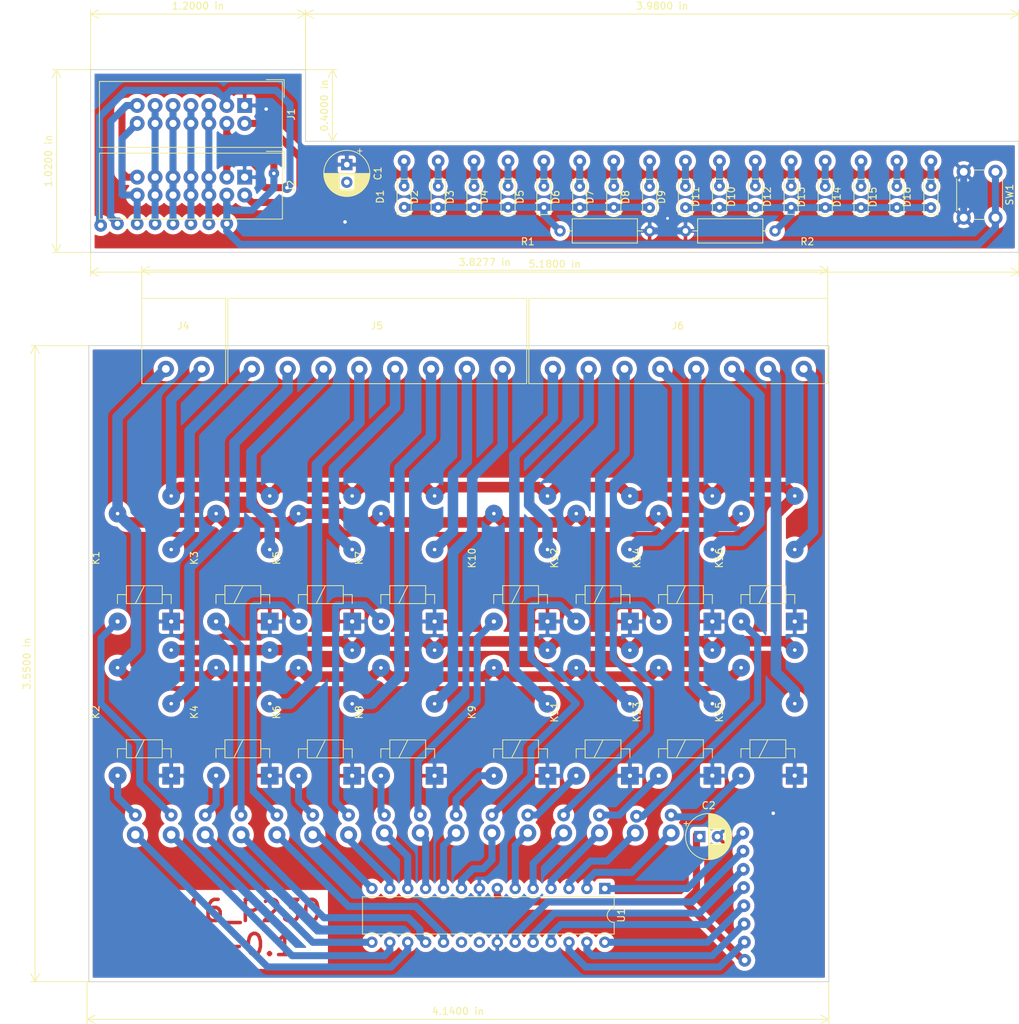
<source format=kicad_pcb>
(kicad_pcb (version 20171130) (host pcbnew "(5.1.5)-3")
  (layers (0 F.Cu signal) (31 B.Cu signal) (34 B.Paste user) (35 F.Paste user) (36 B.SilkS user) (37 F.SilkS user) (38 B.Mask user) (39 F.Mask user) (44 Edge.Cuts user))
  (net 0 "")
  (net 1 "Net-(D1-Pad2)")
  (net 2 "Net-(D2-Pad2)")
  (net 3 "Net-(D3-Pad2)")
  (net 4 "Net-(D4-Pad2)")
  (net 5 "Net-(D5-Pad2)")
  (net 6 "Net-(D6-Pad2)")
  (net 7 "Net-(D7-Pad2)")
  (net 8 "Net-(D8-Pad2)")
  (net 9 "Net-(D9-Pad2)")
  (net 10 "Net-(D10-Pad2)")
  (net 11 "Net-(D11-Pad2)")
  (net 12 "Net-(D12-Pad2)")
  (net 13 "Net-(J1-Pad4)")
  (net 14 "Net-(J1-Pad5)")
  (net 15 "Net-(J1-Pad7)")
  (net 16 "Net-(J1-Pad11)")
  (net 17 "Net-(J1-Pad13)")
  (net 18 "Net-(J1-Pad14)")
  (net 19 "Net-(D13-Pad2)")
  (net 20 "Net-(D14-Pad2)")
  (net 21 "Net-(D15-Pad2)")
  (net 22 "Net-(D16-Pad2)")
  (net 23 "Net-(U1-Pad21)")
  (net 24 "Net-(U1-Pad20)")
  (net 25 "Net-(D1-Pad1)")
  (net 26 "Net-(D10-Pad1)")
  (net 27 "Net-(J1-Pad10)")
  (net 28 "Net-(J5-Pad1)")
  (net 29 "Net-(J4-Pad1)")
  (net 30 "Net-(J4-Pad2)")
  (net 31 "Net-(J5-Pad2)")
  (net 32 "Net-(J5-Pad3)")
  (net 33 "Net-(J5-Pad4)")
  (net 34 "Net-(J5-Pad5)")
  (net 35 "Net-(J5-Pad6)")
  (net 36 "Net-(J5-Pad7)")
  (net 37 "Net-(J5-Pad8)")
  (net 38 "Net-(J6-Pad1)")
  (net 39 "Net-(J6-Pad2)")
  (net 40 "Net-(J6-Pad3)")
  (net 41 "Net-(J6-Pad4)")
  (net 42 "Net-(J6-Pad5)")
  (net 43 "Net-(J6-Pad6)")
  (net 44 "Net-(J6-Pad7)")
  (net 45 "Net-(J6-Pad8)")
  (net 46 "Net-(C1-Pad2)")
  (net 47 "Net-(C1-Pad1)")
  (net 48 "Net-(C2-Pad1)")
  (module Footprints:Relay_1-Form-C-20,6x10,2mm (layer F.Cu) (at 149.606 158.496 90)
    (fp_text reference K13 (at 9 -10.7 90) (layer F.SilkS))
    (fp_text value DIPxx-1Cxx-51x)
    (pad 2 thru_hole circle (at 0 -7.6 90) (size 2.54 2.54) (drill 0.6) (layers *.Cu *.Mask) (net 19 "Net-(D13-Pad2)"))
    (pad 6 thru_hole rect (at 0 0 90) (size 2.5 2.5) (drill 0.6) (layers *.Cu *.Mask) (net 47 "Net-(C1-Pad1)"))
    (pad 7 thru_hole circle (at 10.2 0 90) (size 2.5 2.5) (drill 0.5) (layers *.Cu *.Mask) (net 42 "Net-(J6-Pad5)"))
    (pad 1 thru_hole circle (at 15.3 -7.6 90) (size 2.5 2.5) (drill 0.5) (layers *.Cu *.Mask) (net 29 "Net-(J4-Pad1)"))
    (pad 14 thru_hole circle (at 17.8 0 90) (size 2.5 2.5) (drill 0.5) (layers *.Cu *.Mask) (net 30 "Net-(J4-Pad2)"))
  )
  (module Footprints:Relay_1-Form-C-20,6x10,2mm (layer F.Cu) (at 72.898 136.652 90)
    (fp_text reference K1 (at 9 -10.7 90) (layer F.SilkS))
    (fp_text value DIPxx-1Cxx-51x)
    (pad 2 thru_hole circle (at 0 -7.6 90) (size 2.54 2.54) (drill 0.6) (layers *.Cu *.Mask) (net 1 "Net-(D1-Pad2)"))
    (pad 6 thru_hole rect (at 0 0 90) (size 2.5 2.5) (drill 0.6) (layers *.Cu *.Mask) (net 47 "Net-(C1-Pad1)"))
    (pad 7 thru_hole circle (at 10.2 0 90) (size 2.5 2.5) (drill 0.5) (layers *.Cu *.Mask) (net 28 "Net-(J5-Pad1)"))
    (pad 1 thru_hole circle (at 15.3 -7.6 90) (size 2.5 2.5) (drill 0.5) (layers *.Cu *.Mask) (net 29 "Net-(J4-Pad1)"))
    (pad 14 thru_hole circle (at 17.8 0 90) (size 2.5 2.5) (drill 0.5) (layers *.Cu *.Mask) (net 30 "Net-(J4-Pad2)"))
  )
  (module Footprints:Relay_1-Form-C-20,6x10,2mm (layer F.Cu) (at 126.238 158.516 90)
    (fp_text reference K9 (at 9 -10.7 90) (layer F.SilkS))
    (fp_text value DIPxx-1Cxx-51x)
    (pad 2 thru_hole circle (at 0 -7.6 90) (size 2.54 2.54) (drill 0.6) (layers *.Cu *.Mask) (net 9 "Net-(D9-Pad2)"))
    (pad 6 thru_hole rect (at 0 0 90) (size 2.5 2.5) (drill 0.6) (layers *.Cu *.Mask) (net 47 "Net-(C1-Pad1)"))
    (pad 7 thru_hole circle (at 10.2 0 90) (size 2.5 2.5) (drill 0.5) (layers *.Cu *.Mask) (net 38 "Net-(J6-Pad1)"))
    (pad 1 thru_hole circle (at 15.3 -7.6 90) (size 2.5 2.5) (drill 0.5) (layers *.Cu *.Mask) (net 29 "Net-(J4-Pad1)"))
    (pad 14 thru_hole circle (at 17.8 0 90) (size 2.5 2.5) (drill 0.5) (layers *.Cu *.Mask) (net 30 "Net-(J4-Pad2)"))
  )
  (module Footprints:Relay_1-Form-C-20,6x10,2mm (layer F.Cu) (at 110.236 136.652 90)
    (fp_text reference K7 (at 9 -10.7 90) (layer F.SilkS))
    (fp_text value DIPxx-1Cxx-51x)
    (pad 2 thru_hole circle (at 0 -7.6 90) (size 2.54 2.54) (drill 0.6) (layers *.Cu *.Mask) (net 7 "Net-(D7-Pad2)"))
    (pad 6 thru_hole rect (at 0 0 90) (size 2.5 2.5) (drill 0.6) (layers *.Cu *.Mask) (net 47 "Net-(C1-Pad1)"))
    (pad 7 thru_hole circle (at 10.2 0 90) (size 2.5 2.5) (drill 0.5) (layers *.Cu *.Mask) (net 36 "Net-(J5-Pad7)"))
    (pad 1 thru_hole circle (at 15.3 -7.6 90) (size 2.5 2.5) (drill 0.5) (layers *.Cu *.Mask) (net 29 "Net-(J4-Pad1)"))
    (pad 14 thru_hole circle (at 17.8 0 90) (size 2.5 2.5) (drill 0.5) (layers *.Cu *.Mask) (net 30 "Net-(J4-Pad2)"))
  )
  (module Footprints:Relay_1-Form-C-20,6x10,2mm (layer F.Cu) (at 98.552 158.516 90)
    (fp_text reference K6 (at 9 -10.7 90) (layer F.SilkS))
    (fp_text value DIPxx-1Cxx-51x)
    (pad 2 thru_hole circle (at 0 -7.6 90) (size 2.54 2.54) (drill 0.6) (layers *.Cu *.Mask) (net 6 "Net-(D6-Pad2)"))
    (pad 6 thru_hole rect (at 0 0 90) (size 2.5 2.5) (drill 0.6) (layers *.Cu *.Mask) (net 47 "Net-(C1-Pad1)"))
    (pad 7 thru_hole circle (at 10.2 0 90) (size 2.5 2.5) (drill 0.5) (layers *.Cu *.Mask) (net 35 "Net-(J5-Pad6)"))
    (pad 1 thru_hole circle (at 15.3 -7.6 90) (size 2.5 2.5) (drill 0.5) (layers *.Cu *.Mask) (net 29 "Net-(J4-Pad1)"))
    (pad 14 thru_hole circle (at 17.8 0 90) (size 2.5 2.5) (drill 0.5) (layers *.Cu *.Mask) (net 30 "Net-(J4-Pad2)"))
  )
  (module Footprints:Relay_1-Form-C-20,6x10,2mm (layer F.Cu) (at 86.868 158.496 90)
    (fp_text reference K4 (at 9 -10.7 90) (layer F.SilkS))
    (fp_text value DIPxx-1Cxx-51x)
    (pad 2 thru_hole circle (at 0 -7.6 90) (size 2.54 2.54) (drill 0.6) (layers *.Cu *.Mask) (net 4 "Net-(D4-Pad2)"))
    (pad 6 thru_hole rect (at 0 0 90) (size 2.5 2.5) (drill 0.6) (layers *.Cu *.Mask) (net 47 "Net-(C1-Pad1)"))
    (pad 7 thru_hole circle (at 10.2 0 90) (size 2.5 2.5) (drill 0.5) (layers *.Cu *.Mask) (net 33 "Net-(J5-Pad4)"))
    (pad 1 thru_hole circle (at 15.3 -7.6 90) (size 2.5 2.5) (drill 0.5) (layers *.Cu *.Mask) (net 29 "Net-(J4-Pad1)"))
    (pad 14 thru_hole circle (at 17.8 0 90) (size 2.5 2.5) (drill 0.5) (layers *.Cu *.Mask) (net 30 "Net-(J4-Pad2)"))
  )
  (module Footprints:Relay_1-Form-C-20,6x10,2mm (layer F.Cu) (at 149.606 136.652 90)
    (fp_text reference K14 (at 9 -10.7 90) (layer F.SilkS))
    (fp_text value DIPxx-1Cxx-51x)
    (pad 2 thru_hole circle (at 0 -7.6 90) (size 2.54 2.54) (drill 0.6) (layers *.Cu *.Mask) (net 20 "Net-(D14-Pad2)"))
    (pad 6 thru_hole rect (at 0 0 90) (size 2.5 2.5) (drill 0.6) (layers *.Cu *.Mask) (net 47 "Net-(C1-Pad1)"))
    (pad 7 thru_hole circle (at 10.2 0 90) (size 2.5 2.5) (drill 0.5) (layers *.Cu *.Mask) (net 43 "Net-(J6-Pad6)"))
    (pad 1 thru_hole circle (at 15.3 -7.6 90) (size 2.5 2.5) (drill 0.5) (layers *.Cu *.Mask) (net 29 "Net-(J4-Pad1)"))
    (pad 14 thru_hole circle (at 17.8 0 90) (size 2.5 2.5) (drill 0.5) (layers *.Cu *.Mask) (net 30 "Net-(J4-Pad2)"))
  )
  (module Footprints:Relay_1-Form-C-20,6x10,2mm (layer F.Cu) (at 86.868 136.652 90)
    (fp_text reference K3 (at 9 -10.7 90) (layer F.SilkS))
    (fp_text value DIPxx-1Cxx-51x)
    (pad 2 thru_hole circle (at 0 -7.6 90) (size 2.54 2.54) (drill 0.6) (layers *.Cu *.Mask) (net 3 "Net-(D3-Pad2)"))
    (pad 6 thru_hole rect (at 0 0 90) (size 2.5 2.5) (drill 0.6) (layers *.Cu *.Mask) (net 47 "Net-(C1-Pad1)"))
    (pad 7 thru_hole circle (at 10.2 0 90) (size 2.5 2.5) (drill 0.5) (layers *.Cu *.Mask) (net 32 "Net-(J5-Pad3)"))
    (pad 1 thru_hole circle (at 15.3 -7.6 90) (size 2.5 2.5) (drill 0.5) (layers *.Cu *.Mask) (net 29 "Net-(J4-Pad1)"))
    (pad 14 thru_hole circle (at 17.8 0 90) (size 2.5 2.5) (drill 0.5) (layers *.Cu *.Mask) (net 30 "Net-(J4-Pad2)"))
  )
  (module Footprints:Relay_1-Form-C-20,6x10,2mm (layer F.Cu) (at 137.922 136.652 90)
    (fp_text reference K12 (at 9 -10.7 90) (layer F.SilkS))
    (fp_text value DIPxx-1Cxx-51x)
    (pad 2 thru_hole circle (at 0 -7.6 90) (size 2.54 2.54) (drill 0.6) (layers *.Cu *.Mask) (net 12 "Net-(D12-Pad2)"))
    (pad 6 thru_hole rect (at 0 0 90) (size 2.5 2.5) (drill 0.6) (layers *.Cu *.Mask) (net 47 "Net-(C1-Pad1)"))
    (pad 7 thru_hole circle (at 10.2 0 90) (size 2.5 2.5) (drill 0.5) (layers *.Cu *.Mask) (net 41 "Net-(J6-Pad4)"))
    (pad 1 thru_hole circle (at 15.3 -7.6 90) (size 2.5 2.5) (drill 0.5) (layers *.Cu *.Mask) (net 29 "Net-(J4-Pad1)"))
    (pad 14 thru_hole circle (at 17.8 0 90) (size 2.5 2.5) (drill 0.5) (layers *.Cu *.Mask) (net 30 "Net-(J4-Pad2)"))
  )
  (module Footprints:Relay_1-Form-C-20,6x10,2mm (layer F.Cu) (at 161.29 136.652 90)
    (fp_text reference K16 (at 9 -10.7 90) (layer F.SilkS))
    (fp_text value DIPxx-1Cxx-51x)
    (pad 2 thru_hole circle (at 0 -7.6 90) (size 2.54 2.54) (drill 0.6) (layers *.Cu *.Mask) (net 22 "Net-(D16-Pad2)"))
    (pad 6 thru_hole rect (at 0 0 90) (size 2.5 2.5) (drill 0.6) (layers *.Cu *.Mask) (net 47 "Net-(C1-Pad1)"))
    (pad 7 thru_hole circle (at 10.2 0 90) (size 2.5 2.5) (drill 0.5) (layers *.Cu *.Mask) (net 45 "Net-(J6-Pad8)"))
    (pad 1 thru_hole circle (at 15.3 -7.6 90) (size 2.5 2.5) (drill 0.5) (layers *.Cu *.Mask) (net 29 "Net-(J4-Pad1)"))
    (pad 14 thru_hole circle (at 17.8 0 90) (size 2.5 2.5) (drill 0.5) (layers *.Cu *.Mask) (net 30 "Net-(J4-Pad2)"))
  )
  (module Footprints:Relay_1-Form-C-20,6x10,2mm (layer F.Cu) (at 126.238 136.652 90)
    (fp_text reference K10 (at 9 -10.7 90) (layer F.SilkS))
    (fp_text value DIPxx-1Cxx-51x)
    (pad 2 thru_hole circle (at 0 -7.6 90) (size 2.54 2.54) (drill 0.6) (layers *.Cu *.Mask) (net 10 "Net-(D10-Pad2)"))
    (pad 6 thru_hole rect (at 0 0 90) (size 2.5 2.5) (drill 0.6) (layers *.Cu *.Mask) (net 47 "Net-(C1-Pad1)"))
    (pad 7 thru_hole circle (at 10.2 0 90) (size 2.5 2.5) (drill 0.5) (layers *.Cu *.Mask) (net 39 "Net-(J6-Pad2)"))
    (pad 1 thru_hole circle (at 15.3 -7.6 90) (size 2.5 2.5) (drill 0.5) (layers *.Cu *.Mask) (net 29 "Net-(J4-Pad1)"))
    (pad 14 thru_hole circle (at 17.8 0 90) (size 2.5 2.5) (drill 0.5) (layers *.Cu *.Mask) (net 30 "Net-(J4-Pad2)"))
  )
  (module Footprints:Relay_1-Form-C-20,6x10,2mm (layer F.Cu) (at 110.236 158.516 90)
    (fp_text reference K8 (at 9 -10.7 90) (layer F.SilkS))
    (fp_text value DIPxx-1Cxx-51x)
    (pad 2 thru_hole circle (at 0 -7.6 90) (size 2.54 2.54) (drill 0.6) (layers *.Cu *.Mask) (net 8 "Net-(D8-Pad2)"))
    (pad 6 thru_hole rect (at 0 0 90) (size 2.5 2.5) (drill 0.6) (layers *.Cu *.Mask) (net 47 "Net-(C1-Pad1)"))
    (pad 7 thru_hole circle (at 10.2 0 90) (size 2.5 2.5) (drill 0.5) (layers *.Cu *.Mask) (net 37 "Net-(J5-Pad8)"))
    (pad 1 thru_hole circle (at 15.3 -7.6 90) (size 2.5 2.5) (drill 0.5) (layers *.Cu *.Mask) (net 29 "Net-(J4-Pad1)"))
    (pad 14 thru_hole circle (at 17.8 0 90) (size 2.5 2.5) (drill 0.5) (layers *.Cu *.Mask) (net 30 "Net-(J4-Pad2)"))
  )
  (module Footprints:Relay_1-Form-C-20,6x10,2mm (layer F.Cu) (at 137.922 158.516 90)
    (fp_text reference K11 (at 9 -10.7 90) (layer F.SilkS))
    (fp_text value DIPxx-1Cxx-51x)
    (pad 2 thru_hole circle (at 0 -7.6 90) (size 2.54 2.54) (drill 0.6) (layers *.Cu *.Mask) (net 11 "Net-(D11-Pad2)"))
    (pad 6 thru_hole rect (at 0 0 90) (size 2.5 2.5) (drill 0.6) (layers *.Cu *.Mask) (net 47 "Net-(C1-Pad1)"))
    (pad 7 thru_hole circle (at 10.2 0 90) (size 2.5 2.5) (drill 0.5) (layers *.Cu *.Mask) (net 40 "Net-(J6-Pad3)"))
    (pad 1 thru_hole circle (at 15.3 -7.6 90) (size 2.5 2.5) (drill 0.5) (layers *.Cu *.Mask) (net 29 "Net-(J4-Pad1)"))
    (pad 14 thru_hole circle (at 17.8 0 90) (size 2.5 2.5) (drill 0.5) (layers *.Cu *.Mask) (net 30 "Net-(J4-Pad2)"))
  )
  (module Footprints:RND_Steckklemme_2 (layer F.Cu) (at 74.676 95.758)
    (fp_text reference J4 (at -0.06 -1.01 180) (layer F.SilkS))
    (fp_text value Conn_01x02)
    (pad 2 thru_hole circle (at 2.54 5.08) (size 2.3 2.3) (drill 1.1) (layers *.Cu *.Mask) (net 30 "Net-(J4-Pad2)"))
    (pad 1 thru_hole circle (at -2.54 5.08) (size 2.3 2.3) (drill 1.1) (layers *.Cu *.Mask) (net 29 "Net-(J4-Pad1)"))
  )
  (module Capacitor_THT:CP_Radial_D6.3mm_P2.50mm (layer F.Cu) (at 147.828 167.132)
    (fp_text reference C2 (at 1.25 -4.4) (layer F.SilkS))
    (fp_text value 10uF)
    (pad 2 thru_hole circle (at 2.5 0) (size 1.6 1.6) (drill 0.8) (layers *.Cu *.Mask) (net 47 "Net-(C1-Pad1)"))
    (pad 1 thru_hole rect (at 0 0) (size 1.6 1.6) (drill 0.8) (layers *.Cu *.Mask) (net 48 "Net-(C2-Pad1)"))
  )
  (module Footprints:Relay_1-Form-C-20,6x10,2mm (layer F.Cu) (at 72.898 158.496 90)
    (fp_text reference K2 (at 9 -10.7 90) (layer F.SilkS))
    (fp_text value DIPxx-1Cxx-51x)
    (pad 2 thru_hole circle (at 0 -7.6 90) (size 2.54 2.54) (drill 0.6) (layers *.Cu *.Mask) (net 2 "Net-(D2-Pad2)"))
    (pad 6 thru_hole rect (at 0 0 90) (size 2.5 2.5) (drill 0.6) (layers *.Cu *.Mask) (net 47 "Net-(C1-Pad1)"))
    (pad 7 thru_hole circle (at 10.2 0 90) (size 2.5 2.5) (drill 0.5) (layers *.Cu *.Mask) (net 31 "Net-(J5-Pad2)"))
    (pad 1 thru_hole circle (at 15.3 -7.6 90) (size 2.5 2.5) (drill 0.5) (layers *.Cu *.Mask) (net 29 "Net-(J4-Pad1)"))
    (pad 14 thru_hole circle (at 17.8 0 90) (size 2.5 2.5) (drill 0.5) (layers *.Cu *.Mask) (net 30 "Net-(J4-Pad2)"))
  )
  (module Footprints:RND_Steckklemme_8 (layer F.Cu) (at 102.108 95.758)
    (fp_text reference J5 (at -0.06 -1.01 180) (layer F.SilkS))
    (fp_text value Conn_01x08)
    (pad 8 thru_hole circle (at 17.78 5.08) (size 2.3 2.3) (drill 1.1) (layers *.Cu *.Mask) (net 37 "Net-(J5-Pad8)"))
    (pad 7 thru_hole circle (at 12.7 5.08) (size 2.3 2.3) (drill 1.1) (layers *.Cu *.Mask) (net 36 "Net-(J5-Pad7)"))
    (pad 6 thru_hole circle (at 7.62 5.08) (size 2.3 2.3) (drill 1.1) (layers *.Cu *.Mask) (net 35 "Net-(J5-Pad6)"))
    (pad 5 thru_hole circle (at 2.54 5.08) (size 2.3 2.3) (drill 1.1) (layers *.Cu *.Mask) (net 34 "Net-(J5-Pad5)"))
    (pad 4 thru_hole circle (at -2.54 5.08) (size 2.3 2.3) (drill 1.1) (layers *.Cu *.Mask) (net 33 "Net-(J5-Pad4)"))
    (pad 3 thru_hole circle (at -7.62 5.08) (size 2.3 2.3) (drill 1.1) (layers *.Cu *.Mask) (net 32 "Net-(J5-Pad3)"))
    (pad 2 thru_hole circle (at -12.7 5.08) (size 2.3 2.3) (drill 1.1) (layers *.Cu *.Mask) (net 31 "Net-(J5-Pad2)"))
    (pad 1 thru_hole circle (at -17.78 5.08) (size 2.3 2.3) (drill 1.1) (layers *.Cu *.Mask) (net 28 "Net-(J5-Pad1)"))
  )
  (module Footprints:Relay_1-Form-C-20,6x10,2mm (layer F.Cu) (at 98.552 136.652 90)
    (fp_text reference K5 (at 9 -10.7 90) (layer F.SilkS))
    (fp_text value DIPxx-1Cxx-51x)
    (pad 2 thru_hole circle (at 0 -7.6 90) (size 2.54 2.54) (drill 0.6) (layers *.Cu *.Mask) (net 5 "Net-(D5-Pad2)"))
    (pad 6 thru_hole rect (at 0 0 90) (size 2.5 2.5) (drill 0.6) (layers *.Cu *.Mask) (net 47 "Net-(C1-Pad1)"))
    (pad 7 thru_hole circle (at 10.2 0 90) (size 2.5 2.5) (drill 0.5) (layers *.Cu *.Mask) (net 34 "Net-(J5-Pad5)"))
    (pad 1 thru_hole circle (at 15.3 -7.6 90) (size 2.5 2.5) (drill 0.5) (layers *.Cu *.Mask) (net 29 "Net-(J4-Pad1)"))
    (pad 14 thru_hole circle (at 17.8 0 90) (size 2.5 2.5) (drill 0.5) (layers *.Cu *.Mask) (net 30 "Net-(J4-Pad2)"))
  )
  (module Footprints:RND_Steckklemme_8 (layer F.Cu) (at 144.78 95.758)
    (fp_text reference J6 (at -0.06 -1.01 180) (layer F.SilkS))
    (fp_text value Conn_01x08)
    (pad 8 thru_hole circle (at 17.78 5.08) (size 2.3 2.3) (drill 1.1) (layers *.Cu *.Mask) (net 45 "Net-(J6-Pad8)"))
    (pad 7 thru_hole circle (at 12.7 5.08) (size 2.3 2.3) (drill 1.1) (layers *.Cu *.Mask) (net 44 "Net-(J6-Pad7)"))
    (pad 6 thru_hole circle (at 7.62 5.08) (size 2.3 2.3) (drill 1.1) (layers *.Cu *.Mask) (net 43 "Net-(J6-Pad6)"))
    (pad 5 thru_hole circle (at 2.54 5.08) (size 2.3 2.3) (drill 1.1) (layers *.Cu *.Mask) (net 42 "Net-(J6-Pad5)"))
    (pad 4 thru_hole circle (at -2.54 5.08) (size 2.3 2.3) (drill 1.1) (layers *.Cu *.Mask) (net 41 "Net-(J6-Pad4)"))
    (pad 3 thru_hole circle (at -7.62 5.08) (size 2.3 2.3) (drill 1.1) (layers *.Cu *.Mask) (net 40 "Net-(J6-Pad3)"))
    (pad 2 thru_hole circle (at -12.7 5.08) (size 2.3 2.3) (drill 1.1) (layers *.Cu *.Mask) (net 39 "Net-(J6-Pad2)"))
    (pad 1 thru_hole circle (at -17.78 5.08) (size 2.3 2.3) (drill 1.1) (layers *.Cu *.Mask) (net 38 "Net-(J6-Pad1)"))
  )
  (module Package_DIP:DIP-28_W7.62mm (layer F.Cu) (at 134.366 174.498 270)
    (fp_text reference U1 (at 3.81 -2.33 90) (layer F.SilkS))
    (fp_text value ATmega328P-PU)
    (pad 1 thru_hole rect (at 0 0 270) (size 1.6 1.6) (drill 0.8) (layers *.Cu *.Mask) (net 13 "Net-(J1-Pad4)"))
    (pad 15 thru_hole oval (at 7.62 33.02 270) (size 1.6 1.6) (drill 0.8) (layers *.Cu *.Mask) (net 2 "Net-(D2-Pad2)"))
    (pad 2 thru_hole oval (at 0 2.54 270) (size 1.6 1.6) (drill 0.8) (layers *.Cu *.Mask) (net 9 "Net-(D9-Pad2)"))
    (pad 16 thru_hole oval (at 7.62 30.48 270) (size 1.6 1.6) (drill 0.8) (layers *.Cu *.Mask) (net 3 "Net-(D3-Pad2)"))
    (pad 3 thru_hole oval (at 0 5.08 270) (size 1.6 1.6) (drill 0.8) (layers *.Cu *.Mask) (net 10 "Net-(D10-Pad2)"))
    (pad 17 thru_hole oval (at 7.62 27.94 270) (size 1.6 1.6) (drill 0.8) (layers *.Cu *.Mask) (net 4 "Net-(D4-Pad2)"))
    (pad 4 thru_hole oval (at 0 7.62 270) (size 1.6 1.6) (drill 0.8) (layers *.Cu *.Mask) (net 11 "Net-(D11-Pad2)"))
    (pad 18 thru_hole oval (at 7.62 25.4 270) (size 1.6 1.6) (drill 0.8) (layers *.Cu *.Mask) (net 5 "Net-(D5-Pad2)"))
    (pad 5 thru_hole oval (at 0 10.16 270) (size 1.6 1.6) (drill 0.8) (layers *.Cu *.Mask) (net 12 "Net-(D12-Pad2)"))
    (pad 19 thru_hole oval (at 7.62 22.86 270) (size 1.6 1.6) (drill 0.8) (layers *.Cu *.Mask) (net 6 "Net-(D6-Pad2)"))
    (pad 6 thru_hole oval (at 0 12.7 270) (size 1.6 1.6) (drill 0.8) (layers *.Cu *.Mask) (net 19 "Net-(D13-Pad2)"))
    (pad 20 thru_hole oval (at 7.62 20.32 270) (size 1.6 1.6) (drill 0.8) (layers *.Cu *.Mask) (net 24 "Net-(U1-Pad20)"))
    (pad 7 thru_hole oval (at 0 15.24 270) (size 1.6 1.6) (drill 0.8) (layers *.Cu *.Mask) (net 48 "Net-(C2-Pad1)"))
    (pad 21 thru_hole oval (at 7.62 17.78 270) (size 1.6 1.6) (drill 0.8) (layers *.Cu *.Mask) (net 23 "Net-(U1-Pad21)"))
    (pad 8 thru_hole oval (at 0 17.78 270) (size 1.6 1.6) (drill 0.8) (layers *.Cu *.Mask) (net 47 "Net-(C1-Pad1)"))
    (pad 22 thru_hole oval (at 7.62 15.24 270) (size 1.6 1.6) (drill 0.8) (layers *.Cu *.Mask) (net 47 "Net-(C1-Pad1)"))
    (pad 9 thru_hole oval (at 0 20.32 270) (size 1.6 1.6) (drill 0.8) (layers *.Cu *.Mask) (net 7 "Net-(D7-Pad2)"))
    (pad 23 thru_hole oval (at 7.62 12.7 270) (size 1.6 1.6) (drill 0.8) (layers *.Cu *.Mask) (net 27 "Net-(J1-Pad10)"))
    (pad 10 thru_hole oval (at 0 22.86 270) (size 1.6 1.6) (drill 0.8) (layers *.Cu *.Mask) (net 8 "Net-(D8-Pad2)"))
    (pad 24 thru_hole oval (at 7.62 10.16 270) (size 1.6 1.6) (drill 0.8) (layers *.Cu *.Mask) (net 16 "Net-(J1-Pad11)"))
    (pad 11 thru_hole oval (at 0 25.4 270) (size 1.6 1.6) (drill 0.8) (layers *.Cu *.Mask) (net 20 "Net-(D14-Pad2)"))
    (pad 25 thru_hole oval (at 7.62 7.62 270) (size 1.6 1.6) (drill 0.8) (layers *.Cu *.Mask) (net 14 "Net-(J1-Pad5)"))
    (pad 12 thru_hole oval (at 0 27.94 270) (size 1.6 1.6) (drill 0.8) (layers *.Cu *.Mask) (net 21 "Net-(D15-Pad2)"))
    (pad 26 thru_hole oval (at 7.62 5.08 270) (size 1.6 1.6) (drill 0.8) (layers *.Cu *.Mask) (net 15 "Net-(J1-Pad7)"))
    (pad 13 thru_hole oval (at 0 30.48 270) (size 1.6 1.6) (drill 0.8) (layers *.Cu *.Mask) (net 22 "Net-(D16-Pad2)"))
    (pad 27 thru_hole oval (at 7.62 2.54 270) (size 1.6 1.6) (drill 0.8) (layers *.Cu *.Mask) (net 17 "Net-(J1-Pad13)"))
    (pad 14 thru_hole oval (at 0 33.02 270) (size 1.6 1.6) (drill 0.8) (layers *.Cu *.Mask) (net 1 "Net-(D1-Pad2)"))
    (pad 28 thru_hole oval (at 7.62 0 270) (size 1.6 1.6) (drill 0.8) (layers *.Cu *.Mask) (net 18 "Net-(J1-Pad14)"))
  )
  (module Footprints:Relay_1-Form-C-20,6x10,2mm (layer F.Cu) (at 161.29 158.496 90)
    (fp_text reference K15 (at 9 -10.7 90) (layer F.SilkS))
    (fp_text value DIPxx-1Cxx-51x)
    (pad 2 thru_hole circle (at 0 -7.6 90) (size 2.54 2.54) (drill 0.6) (layers *.Cu *.Mask) (net 21 "Net-(D15-Pad2)"))
    (pad 6 thru_hole rect (at 0 0 90) (size 2.5 2.5) (drill 0.6) (layers *.Cu *.Mask) (net 47 "Net-(C1-Pad1)"))
    (pad 7 thru_hole circle (at 10.2 0 90) (size 2.5 2.5) (drill 0.5) (layers *.Cu *.Mask) (net 44 "Net-(J6-Pad7)"))
    (pad 1 thru_hole circle (at 15.3 -7.6 90) (size 2.5 2.5) (drill 0.5) (layers *.Cu *.Mask) (net 29 "Net-(J4-Pad1)"))
    (pad 14 thru_hole circle (at 17.8 0 90) (size 2.5 2.5) (drill 0.5) (layers *.Cu *.Mask) (net 30 "Net-(J4-Pad2)"))
  )
  (module Capacitor_THT:CP_Radial_D6.3mm_P2.50mm (layer F.Cu) (at 97.79 71.882 270)
    (fp_text reference C1 (at 1.25 -4.4 90) (layer F.SilkS))
    (fp_text value 10uF)
    (pad 1 thru_hole rect (at 0 0 270) (size 1.6 1.6) (drill 0.8) (layers *.Cu *.Mask) (net 47 "Net-(C1-Pad1)"))
    (pad 2 thru_hole circle (at 2.5 0 270) (size 1.6 1.6) (drill 0.8) (layers *.Cu *.Mask) (net 46 "Net-(C1-Pad2)"))
  )
  (module Footprints:LED_5x2mm (layer F.Cu) (at 165.608 76.478 90)
    (fp_text reference D13 (at 0 -3.4 90) (layer F.SilkS))
    (fp_text value LED)
    (pad 1 thru_hole circle (at -1.5 0 90) (size 1.524 1.524) (drill 0.65) (layers *.Cu *.Mask) (net 26 "Net-(D10-Pad1)"))
    (pad 2 thru_hole circle (at 1.5 0 90) (size 1.524 1.524) (drill 0.65) (layers *.Cu *.Mask) (net 19 "Net-(D13-Pad2)"))
  )
  (module Button_Switch_THT:SW_PUSH_6mm_H8mm (layer F.Cu) (at 189.738 72.898 270)
    (fp_text reference SW1 (at 3.25 -2 90) (layer F.SilkS))
    (fp_text value RESET)
    (pad 2 thru_hole circle (at 0 4.5) (size 2 2) (drill 1.1) (layers *.Cu *.Mask) (net 47 "Net-(C1-Pad1)"))
    (pad 1 thru_hole circle (at 0 0) (size 2 2) (drill 1.1) (layers *.Cu *.Mask) (net 13 "Net-(J1-Pad4)"))
    (pad 2 thru_hole circle (at 6.5 4.5) (size 2 2) (drill 1.1) (layers *.Cu *.Mask) (net 47 "Net-(C1-Pad1)"))
    (pad 1 thru_hole circle (at 6.5 0) (size 2 2) (drill 1.1) (layers *.Cu *.Mask) (net 13 "Net-(J1-Pad4)"))
  )
  (module Resistor_THT:R_Axial_DIN0309_L9.0mm_D3.2mm_P12.70mm_Horizontal (layer F.Cu) (at 158.496 81.28 180)
    (fp_text reference R2 (at -4.572 -1.524) (layer F.SilkS))
    (fp_text value 220R)
    (pad 1 thru_hole circle (at 0 0 180) (size 1.6 1.6) (drill 0.8) (layers *.Cu *.Mask) (net 26 "Net-(D10-Pad1)"))
    (pad 2 thru_hole oval (at 12.7 0 180) (size 1.6 1.6) (drill 0.8) (layers *.Cu *.Mask) (net 47 "Net-(C1-Pad1)"))
  )
  (module Footprints:LED_5x2mm (layer F.Cu) (at 170.688 76.478 90)
    (fp_text reference D14 (at 0 -3.4 90) (layer F.SilkS))
    (fp_text value LED)
    (pad 1 thru_hole circle (at -1.5 0 90) (size 1.524 1.524) (drill 0.65) (layers *.Cu *.Mask) (net 26 "Net-(D10-Pad1)"))
    (pad 2 thru_hole circle (at 1.5 0 90) (size 1.524 1.524) (drill 0.65) (layers *.Cu *.Mask) (net 20 "Net-(D14-Pad2)"))
  )
  (module Footprints:IDC-Header_2x07_P2.54mm_Vertical (layer F.Cu) (at 83.312 63.5 270)
    (fp_text reference J1 (at 1.27 -6.604 90) (layer F.SilkS))
    (fp_text value COM_Bus)
    (pad 14 thru_hole oval (at 2.54 15.24 270) (size 2.1 2.1) (drill 1.016) (layers *.Cu *.Mask) (net 18 "Net-(J1-Pad14)"))
    (pad 13 thru_hole oval (at 0 15.24 270) (size 2.1 2.1) (drill 1.016) (layers *.Cu *.Mask) (net 17 "Net-(J1-Pad13)"))
    (pad 12 thru_hole oval (at 2.54 12.7 270) (size 2.1 2.1) (drill 1.016) (layers *.Cu *.Mask) (net 16 "Net-(J1-Pad11)"))
    (pad 11 thru_hole oval (at 0 12.7 270) (size 2.1 2.1) (drill 1.016) (layers *.Cu *.Mask) (net 16 "Net-(J1-Pad11)"))
    (pad 10 thru_hole oval (at 2.54 10.16 270) (size 2.1 2.1) (drill 1.016) (layers *.Cu *.Mask) (net 27 "Net-(J1-Pad10)"))
    (pad 9 thru_hole oval (at 0 10.16 270) (size 2.1 2.1) (drill 1.016) (layers *.Cu *.Mask) (net 27 "Net-(J1-Pad10)"))
    (pad 8 thru_hole oval (at 2.54 7.62 270) (size 2.1 2.1) (drill 1.016) (layers *.Cu *.Mask) (net 15 "Net-(J1-Pad7)"))
    (pad 7 thru_hole oval (at 0 7.62 270) (size 2.1 2.1) (drill 1.016) (layers *.Cu *.Mask) (net 15 "Net-(J1-Pad7)"))
    (pad 6 thru_hole oval (at 2.54 5.08 270) (size 2.1 2.1) (drill 1.016) (layers *.Cu *.Mask) (net 14 "Net-(J1-Pad5)"))
    (pad 5 thru_hole oval (at 0 5.08 270) (size 2.1 2.1) (drill 1.016) (layers *.Cu *.Mask) (net 14 "Net-(J1-Pad5)"))
    (pad 4 thru_hole oval (at 2.54 2.54 270) (size 2.1 2.1) (drill 1.016) (layers *.Cu *.Mask) (net 13 "Net-(J1-Pad4)"))
    (pad 3 thru_hole oval (at 0 2.54 270) (size 2.1 2.1) (drill 1.016) (layers *.Cu *.Mask) (net 46 "Net-(C1-Pad2)"))
    (pad 2 thru_hole oval (at 2.54 0 270) (size 2.1 2.1) (drill 1.016) (layers *.Cu *.Mask) (net 48 "Net-(C2-Pad1)"))
    (pad 1 thru_hole rect (at 0 0 270) (size 2.1 2.1) (drill 1.016) (layers *.Cu *.Mask) (net 47 "Net-(C1-Pad1)"))
  )
  (module Footprints:LED_5x2mm (layer F.Cu) (at 115.824 76.478 90)
    (fp_text reference D3 (at 0 -3.4 90) (layer F.SilkS))
    (fp_text value LED)
    (pad 1 thru_hole circle (at -1.5 0 90) (size 1.524 1.524) (drill 0.65) (layers *.Cu *.Mask) (net 25 "Net-(D1-Pad1)"))
    (pad 2 thru_hole circle (at 1.5 0 90) (size 1.524 1.524) (drill 0.65) (layers *.Cu *.Mask) (net 3 "Net-(D3-Pad2)"))
  )
  (module Resistor_THT:R_Axial_DIN0309_L9.0mm_D3.2mm_P12.70mm_Horizontal (layer F.Cu) (at 128.016 81.28)
    (fp_text reference R1 (at -4.572 1.524) (layer F.SilkS))
    (fp_text value 220R)
    (pad 1 thru_hole circle (at 0 0) (size 1.6 1.6) (drill 0.8) (layers *.Cu *.Mask) (net 25 "Net-(D1-Pad1)"))
    (pad 2 thru_hole oval (at 12.7 0) (size 1.6 1.6) (drill 0.8) (layers *.Cu *.Mask) (net 47 "Net-(C1-Pad1)"))
  )
  (module Footprints:LED_5x2mm (layer F.Cu) (at 175.768 76.478 90)
    (fp_text reference D15 (at 0 -3.4 90) (layer F.SilkS))
    (fp_text value LED)
    (pad 1 thru_hole circle (at -1.5 0 90) (size 1.524 1.524) (drill 0.65) (layers *.Cu *.Mask) (net 26 "Net-(D10-Pad1)"))
    (pad 2 thru_hole circle (at 1.5 0 90) (size 1.524 1.524) (drill 0.65) (layers *.Cu *.Mask) (net 21 "Net-(D15-Pad2)"))
  )
  (module Footprints:LED_5x2mm (layer F.Cu) (at 180.594 76.478 90)
    (fp_text reference D16 (at 0 -3.4 90) (layer F.SilkS))
    (fp_text value LED)
    (pad 1 thru_hole circle (at -1.5 0 90) (size 1.524 1.524) (drill 0.65) (layers *.Cu *.Mask) (net 26 "Net-(D10-Pad1)"))
    (pad 2 thru_hole circle (at 1.5 0 90) (size 1.524 1.524) (drill 0.65) (layers *.Cu *.Mask) (net 22 "Net-(D16-Pad2)"))
  )
  (module Footprints:IDC-Header_2x07_P2.54mm_Vertical (layer F.Cu) (at 83.312 73.66 270)
    (fp_text reference J2 (at 1.27 -6.604 90) (layer F.SilkS))
    (fp_text value COM_Bus)
    (pad 14 thru_hole oval (at 2.54 15.24 270) (size 2.1 2.1) (drill 1.016) (layers *.Cu *.Mask) (net 18 "Net-(J1-Pad14)"))
    (pad 13 thru_hole oval (at 0 15.24 270) (size 2.1 2.1) (drill 1.016) (layers *.Cu *.Mask) (net 17 "Net-(J1-Pad13)"))
    (pad 12 thru_hole oval (at 2.54 12.7 270) (size 2.1 2.1) (drill 1.016) (layers *.Cu *.Mask) (net 16 "Net-(J1-Pad11)"))
    (pad 11 thru_hole oval (at 0 12.7 270) (size 2.1 2.1) (drill 1.016) (layers *.Cu *.Mask) (net 16 "Net-(J1-Pad11)"))
    (pad 10 thru_hole oval (at 2.54 10.16 270) (size 2.1 2.1) (drill 1.016) (layers *.Cu *.Mask) (net 27 "Net-(J1-Pad10)"))
    (pad 9 thru_hole oval (at 0 10.16 270) (size 2.1 2.1) (drill 1.016) (layers *.Cu *.Mask) (net 27 "Net-(J1-Pad10)"))
    (pad 8 thru_hole oval (at 2.54 7.62 270) (size 2.1 2.1) (drill 1.016) (layers *.Cu *.Mask) (net 15 "Net-(J1-Pad7)"))
    (pad 7 thru_hole oval (at 0 7.62 270) (size 2.1 2.1) (drill 1.016) (layers *.Cu *.Mask) (net 15 "Net-(J1-Pad7)"))
    (pad 6 thru_hole oval (at 2.54 5.08 270) (size 2.1 2.1) (drill 1.016) (layers *.Cu *.Mask) (net 14 "Net-(J1-Pad5)"))
    (pad 5 thru_hole oval (at 0 5.08 270) (size 2.1 2.1) (drill 1.016) (layers *.Cu *.Mask) (net 14 "Net-(J1-Pad5)"))
    (pad 4 thru_hole oval (at 2.54 2.54 270) (size 2.1 2.1) (drill 1.016) (layers *.Cu *.Mask) (net 13 "Net-(J1-Pad4)"))
    (pad 3 thru_hole oval (at 0 2.54 270) (size 2.1 2.1) (drill 1.016) (layers *.Cu *.Mask) (net 46 "Net-(C1-Pad2)"))
    (pad 2 thru_hole oval (at 2.54 0 270) (size 2.1 2.1) (drill 1.016) (layers *.Cu *.Mask) (net 48 "Net-(C2-Pad1)"))
    (pad 1 thru_hole rect (at 0 0 270) (size 2.1 2.1) (drill 1.016) (layers *.Cu *.Mask) (net 47 "Net-(C1-Pad1)"))
  )
  (module Footprints:LED_5x2mm (layer F.Cu) (at 160.782 76.43 90)
    (fp_text reference D12 (at 0 -3.4 90) (layer F.SilkS))
    (fp_text value LED)
    (pad 1 thru_hole circle (at -1.5 0 90) (size 1.524 1.524) (drill 0.65) (layers *.Cu *.Mask) (net 26 "Net-(D10-Pad1)"))
    (pad 2 thru_hole circle (at 1.5 0 90) (size 1.524 1.524) (drill 0.65) (layers *.Cu *.Mask) (net 12 "Net-(D12-Pad2)"))
  )
  (module Footprints:LED_5x2mm (layer F.Cu) (at 150.622 76.43 90)
    (fp_text reference D11 (at 0 -3.4 90) (layer F.SilkS))
    (fp_text value LED)
    (pad 1 thru_hole circle (at -1.5 0 90) (size 1.524 1.524) (drill 0.65) (layers *.Cu *.Mask) (net 26 "Net-(D10-Pad1)"))
    (pad 2 thru_hole circle (at 1.5 0 90) (size 1.524 1.524) (drill 0.65) (layers *.Cu *.Mask) (net 11 "Net-(D11-Pad2)"))
  )
  (module Footprints:LED_5x2mm (layer F.Cu) (at 110.744 76.454 90)
    (fp_text reference D2 (at 0 -3.4 90) (layer F.SilkS))
    (fp_text value LED)
    (pad 1 thru_hole circle (at -1.5 0 90) (size 1.524 1.524) (drill 0.65) (layers *.Cu *.Mask) (net 25 "Net-(D1-Pad1)"))
    (pad 2 thru_hole circle (at 1.5 0 90) (size 1.524 1.524) (drill 0.65) (layers *.Cu *.Mask) (net 2 "Net-(D2-Pad2)"))
  )
  (module Footprints:LED_5x2mm (layer F.Cu) (at 155.702 76.43 90)
    (fp_text reference D10 (at 0 -3.4 90) (layer F.SilkS))
    (fp_text value LED)
    (pad 1 thru_hole circle (at -1.5 0 90) (size 1.524 1.524) (drill 0.65) (layers *.Cu *.Mask) (net 26 "Net-(D10-Pad1)"))
    (pad 2 thru_hole circle (at 1.5 0 90) (size 1.524 1.524) (drill 0.65) (layers *.Cu *.Mask) (net 10 "Net-(D10-Pad2)"))
  )
  (module Footprints:LED_5x2mm (layer F.Cu) (at 120.65 76.43 90)
    (fp_text reference D4 (at 0 -3.4 90) (layer F.SilkS))
    (fp_text value LED)
    (pad 1 thru_hole circle (at -1.5 0 90) (size 1.524 1.524) (drill 0.65) (layers *.Cu *.Mask) (net 25 "Net-(D1-Pad1)"))
    (pad 2 thru_hole circle (at 1.5 0 90) (size 1.524 1.524) (drill 0.65) (layers *.Cu *.Mask) (net 4 "Net-(D4-Pad2)"))
  )
  (module Footprints:LED_5x2mm (layer F.Cu) (at 130.81 76.478 90)
    (fp_text reference D6 (at 0 -3.4 90) (layer F.SilkS))
    (fp_text value LED)
    (pad 1 thru_hole circle (at -1.5 0 90) (size 1.524 1.524) (drill 0.65) (layers *.Cu *.Mask) (net 25 "Net-(D1-Pad1)"))
    (pad 2 thru_hole circle (at 1.5 0 90) (size 1.524 1.524) (drill 0.65) (layers *.Cu *.Mask) (net 6 "Net-(D6-Pad2)"))
  )
  (module Footprints:LED_5x2mm (layer F.Cu) (at 135.636 76.454 90)
    (fp_text reference D7 (at 0 -3.4 90) (layer F.SilkS))
    (fp_text value LED)
    (pad 1 thru_hole circle (at -1.5 0 90) (size 1.524 1.524) (drill 0.65) (layers *.Cu *.Mask) (net 25 "Net-(D1-Pad1)"))
    (pad 2 thru_hole circle (at 1.5 0 90) (size 1.524 1.524) (drill 0.65) (layers *.Cu *.Mask) (net 7 "Net-(D7-Pad2)"))
  )
  (module Footprints:LED_5x2mm (layer F.Cu) (at 125.73 76.454 90)
    (fp_text reference D5 (at 0 -3.4 90) (layer F.SilkS))
    (fp_text value LED)
    (pad 1 thru_hole circle (at -1.5 0 90) (size 1.524 1.524) (drill 0.65) (layers *.Cu *.Mask) (net 25 "Net-(D1-Pad1)"))
    (pad 2 thru_hole circle (at 1.5 0 90) (size 1.524 1.524) (drill 0.65) (layers *.Cu *.Mask) (net 5 "Net-(D5-Pad2)"))
  )
  (module Footprints:LED_5x2mm (layer F.Cu) (at 105.918 76.43 90)
    (fp_text reference D1 (at 0 -3.4 90) (layer F.SilkS))
    (fp_text value LED)
    (pad 1 thru_hole circle (at -1.5 0 90) (size 1.524 1.524) (drill 0.65) (layers *.Cu *.Mask) (net 25 "Net-(D1-Pad1)"))
    (pad 2 thru_hole circle (at 1.5 0 90) (size 1.524 1.524) (drill 0.65) (layers *.Cu *.Mask) (net 1 "Net-(D1-Pad2)"))
  )
  (module Footprints:LED_5x2mm (layer F.Cu) (at 145.796 76.478 90)
    (fp_text reference D9 (at 0 -3.4 90) (layer F.SilkS))
    (fp_text value LED)
    (pad 1 thru_hole circle (at -1.5 0 90) (size 1.524 1.524) (drill 0.65) (layers *.Cu *.Mask) (net 26 "Net-(D10-Pad1)"))
    (pad 2 thru_hole circle (at 1.5 0 90) (size 1.524 1.524) (drill 0.65) (layers *.Cu *.Mask) (net 9 "Net-(D9-Pad2)"))
  )
  (module Footprints:LED_5x2mm (layer F.Cu) (at 140.716 76.478 90)
    (fp_text reference D8 (at 0 -3.4 90) (layer F.SilkS))
    (fp_text value LED)
    (pad 1 thru_hole circle (at -1.5 0 90) (size 1.524 1.524) (drill 0.65) (layers *.Cu *.Mask) (net 25 "Net-(D1-Pad1)"))
    (pad 2 thru_hole circle (at 1.5 0 90) (size 1.524 1.524) (drill 0.65) (layers *.Cu *.Mask) (net 8 "Net-(D8-Pad2)"))
  )
  (gr_line (start 166.116 97.536) (end 166.116 187.706) (layer Edge.Cuts) (width 0.12))
  (dimension 90.17 (width 0.12) (layer F.SilkS) (gr_text "90,170 mm" (at 52.324 142.621 270) (layer F.SilkS) (effects (font (size 1 1) (thickness 0.15)))) (feature1 (pts (xy 61.214 187.706) (xy 53.007579 187.706))) (feature2 (pts (xy 61.214 97.536) (xy 53.007579 97.536))) (crossbar (pts (xy 53.594 97.536) (xy 53.594 187.706))) (arrow1a (pts (xy 53.594 187.706) (xy 53.007579 186.579496))) (arrow1b (pts (xy 53.594 187.706) (xy 54.180421 186.579496))) (arrow2a (pts (xy 53.594 97.536) (xy 53.007579 98.662504))) (arrow2b (pts (xy 53.594 97.536) (xy 54.180421 98.662504))))
  (gr_line (start 61.214 97.536) (end 166.116 97.536) (layer Edge.Cuts) (width 0.12))
  (gr_line (start 166.116 187.706) (end 61.214 187.706) (layer Edge.Cuts) (width 0.12))
  (gr_line (start 61.214 187.706) (end 61.214 97.536) (layer Edge.Cuts) (width 0.12))
  (dimension 97.224 (width 0.12) (layer F.SilkS) (gr_text "97,224 mm" (at 117.348 85.598) (layer F.SilkS) (effects (font (size 1 1) (thickness 0.15)))) (feature1 (pts (xy 68.736 90.838) (xy 68.736 86.281579))) (feature2 (pts (xy 165.96 90.838) (xy 165.96 86.281579))) (crossbar (pts (xy 165.96 86.868) (xy 68.736 86.868))) (arrow1a (pts (xy 68.736 86.868) (xy 69.862504 86.281579))) (arrow1b (pts (xy 68.736 86.868) (xy 69.862504 87.454421))) (arrow2a (pts (xy 165.96 86.868) (xy 164.833496 86.281579))) (arrow2b (pts (xy 165.96 86.868) (xy 164.833496 87.454421))))
  (dimension 105.156 (width 0.12) (layer F.SilkS) (gr_text "105,156 mm" (at 113.538 194.31) (layer F.SilkS) (effects (font (size 1 1) (thickness 0.15)))) (feature1 (pts (xy 166.116 187.706) (xy 166.116 193.626421))) (feature2 (pts (xy 60.96 187.706) (xy 60.96 193.626421))) (crossbar (pts (xy 60.96 193.04) (xy 166.116 193.04))) (arrow1a (pts (xy 166.116 193.04) (xy 164.989496 193.626421))) (arrow1b (pts (xy 166.116 193.04) (xy 164.989496 192.453579))) (arrow2a (pts (xy 60.96 193.04) (xy 62.086504 193.626421))) (arrow2b (pts (xy 60.96 193.04) (xy 62.086504 192.453579))))
  (gr_text "DO_16_R230\nv0.1-0.1" (at 80.264 180.086) (layer F.Cu) (effects (font (size 3 3) (thickness 0.5))))
  (dimension 101.092 (width 0.12) (layer F.SilkS) (gr_text "101,092 mm" (at 142.494 49.276) (layer F.SilkS) (effects (font (size 1 1) (thickness 0.15)))) (feature1 (pts (xy 91.948 68.58) (xy 91.948 49.959579))) (feature2 (pts (xy 193.04 68.58) (xy 193.04 49.959579))) (crossbar (pts (xy 193.04 50.546) (xy 91.948 50.546))) (arrow1a (pts (xy 91.948 50.546) (xy 93.074504 49.959579))) (arrow1b (pts (xy 91.948 50.546) (xy 93.074504 51.132421))) (arrow2a (pts (xy 193.04 50.546) (xy 191.913496 49.959579))) (arrow2b (pts (xy 193.04 50.546) (xy 191.913496 51.132421))))
  (gr_line (start 61.468 58.42) (end 91.948 58.42) (layer Edge.Cuts) (width 0.12))
  (gr_line (start 61.468 84.328) (end 61.468 58.42) (layer Edge.Cuts) (width 0.12))
  (gr_line (start 91.948 68.58) (end 193.04 68.58) (layer Edge.Cuts) (width 0.12))
  (dimension 10.16 (width 0.12) (layer F.SilkS) (gr_text "10,160 mm" (at 97.028 63.5 270) (layer F.SilkS) (effects (font (size 1 1) (thickness 0.15)))) (feature1 (pts (xy 91.948 68.58) (xy 96.344421 68.58))) (feature2 (pts (xy 91.948 58.42) (xy 96.344421 58.42))) (crossbar (pts (xy 95.758 58.42) (xy 95.758 68.58))) (arrow1a (pts (xy 95.758 68.58) (xy 95.171579 67.453496))) (arrow1b (pts (xy 95.758 68.58) (xy 96.344421 67.453496))) (arrow2a (pts (xy 95.758 58.42) (xy 95.171579 59.546504))) (arrow2b (pts (xy 95.758 58.42) (xy 96.344421 59.546504))))
  (dimension 25.908 (width 0.12) (layer F.SilkS) (gr_text "25,908 mm" (at 55.372 71.374 270) (layer F.SilkS) (effects (font (size 1 1) (thickness 0.15)))) (feature1 (pts (xy 61.468 84.328) (xy 56.055579 84.328))) (feature2 (pts (xy 61.468 58.42) (xy 56.055579 58.42))) (crossbar (pts (xy 56.642 58.42) (xy 56.642 84.328))) (arrow1a (pts (xy 56.642 84.328) (xy 56.055579 83.201496))) (arrow1b (pts (xy 56.642 84.328) (xy 57.228421 83.201496))) (arrow2a (pts (xy 56.642 58.42) (xy 56.055579 59.546504))) (arrow2b (pts (xy 56.642 58.42) (xy 57.228421 59.546504))))
  (gr_line (start 91.948 58.42) (end 91.948 68.58) (layer Edge.Cuts) (width 0.12))
  (gr_line (start 193.04 84.328) (end 61.468 84.328) (layer Edge.Cuts) (width 0.12))
  (dimension 131.572 (width 0.12) (layer F.SilkS) (gr_text "131,572 mm" (at 127.254 88.392) (layer F.SilkS) (effects (font (size 1 1) (thickness 0.15)))) (feature1 (pts (xy 193.04 84.328) (xy 193.04 87.708421))) (feature2 (pts (xy 61.468 84.328) (xy 61.468 87.708421))) (crossbar (pts (xy 61.468 87.122) (xy 193.04 87.122))) (arrow1a (pts (xy 193.04 87.122) (xy 191.913496 87.708421))) (arrow1b (pts (xy 193.04 87.122) (xy 191.913496 86.535579))) (arrow2a (pts (xy 61.468 87.122) (xy 62.594504 87.708421))) (arrow2b (pts (xy 61.468 87.122) (xy 62.594504 86.535579))))
  (gr_line (start 193.04 68.58) (end 193.04 84.328) (layer Edge.Cuts) (width 0.12))
  (dimension 30.48 (width 0.12) (layer F.SilkS) (gr_text "30,480 mm" (at 76.708 49.276001) (layer F.SilkS) (effects (font (size 1 1) (thickness 0.15)))) (feature1 (pts (xy 91.948 58.42) (xy 91.948 49.95958))) (feature2 (pts (xy 61.468 58.42) (xy 61.468 49.95958))) (crossbar (pts (xy 61.468 50.546001) (xy 91.948 50.546001))) (arrow1a (pts (xy 91.948 50.546001) (xy 90.821496 51.132422))) (arrow1b (pts (xy 91.948 50.546001) (xy 90.821496 49.95958))) (arrow2a (pts (xy 61.468 50.546001) (xy 62.594504 51.132422))) (arrow2b (pts (xy 61.468 50.546001) (xy 62.594504 49.95958))))
  (segment (start 105.918 74.93) (end 105.918 71.374) (width 1) (layer B.Cu) (net 1))
  (via (at 105.918 71.374) (size 1.8) (drill 0.8) (layers F.Cu B.Cu) (net 1))
  (segment (start 62.947999 148.291999) (end 62.947999 139.002001) (width 1) (layer B.Cu) (net 1))
  (segment (start 68.447989 159.633989) (end 68.447989 153.791989) (width 1) (layer B.Cu) (net 1))
  (segment (start 101.346 174.498) (end 93.726 166.878) (width 1) (layer B.Cu) (net 1))
  (segment (start 64.028001 137.921999) (end 65.298 136.652) (width 1) (layer B.Cu) (net 1))
  (segment (start 68.447989 153.791989) (end 62.947999 148.291999) (width 1) (layer B.Cu) (net 1))
  (segment (start 93.726 166.878) (end 92.964 166.878) (width 1) (layer B.Cu) (net 1))
  (segment (start 62.947999 139.002001) (end 64.028001 137.921999) (width 1) (layer B.Cu) (net 1))
  (segment (start 68.447989 159.633989) (end 72.898 164.084) (width 1) (layer B.Cu) (net 1))
  (segment (start 92.964 166.878) (end 92.964 166.878) (width 1) (layer B.Cu) (net 1))
  (via (at 72.898 164.084) (size 1.8) (drill 0.8) (layers F.Cu B.Cu) (net 1))
  (via (at 92.964 166.878) (size 2.4) (drill 1.2) (layers F.Cu B.Cu) (net 1))
  (segment (start 110.744 74.954) (end 110.744 71.374) (width 1) (layer B.Cu) (net 2))
  (via (at 110.744 71.374) (size 1.8) (drill 0.8) (layers F.Cu B.Cu) (net 2))
  (segment (start 65.298 158.496) (end 65.298 161.564) (width 1) (layer B.Cu) (net 2))
  (segment (start 92.964 182.118) (end 77.724 166.878) (width 1) (layer B.Cu) (net 2))
  (segment (start 65.298 161.564) (end 67.818 164.084) (width 1) (layer B.Cu) (net 2))
  (segment (start 77.724 166.878) (end 77.724 166.878) (width 1) (layer B.Cu) (net 2))
  (segment (start 101.346 182.118) (end 92.964 182.118) (width 1) (layer B.Cu) (net 2))
  (via (at 67.818 164.084) (size 1.8) (drill 0.8) (layers F.Cu B.Cu) (net 2))
  (via (at 77.724 166.878) (size 2.4) (drill 1.2) (layers F.Cu B.Cu) (net 2))
  (segment (start 115.824 74.978) (end 115.824 71.374) (width 1) (layer B.Cu) (net 3))
  (via (at 115.824 71.374) (size 1.8) (drill 0.8) (layers F.Cu B.Cu) (net 3))
  (segment (start 90.038001 184.018001) (end 72.898 166.878) (width 1) (layer B.Cu) (net 3))
  (segment (start 103.886 183.24937) (end 103.117369 184.018001) (width 1) (layer B.Cu) (net 3))
  (segment (start 103.117369 184.018001) (end 90.038001 184.018001) (width 1) (layer B.Cu) (net 3))
  (segment (start 79.268 136.652) (end 82.804 140.188) (width 1) (layer B.Cu) (net 3))
  (segment (start 82.804 140.188) (end 82.804 164.084) (width 1) (layer B.Cu) (net 3))
  (segment (start 103.886 182.118) (end 103.886 183.24937) (width 1) (layer B.Cu) (net 3))
  (segment (start 72.898 166.878) (end 72.898 166.878) (width 1) (layer B.Cu) (net 3))
  (via (at 82.804 164.084) (size 1.8) (drill 0.8) (layers F.Cu B.Cu) (net 3))
  (via (at 72.898 166.878) (size 2.4) (drill 1.2) (layers F.Cu B.Cu) (net 3))
  (segment (start 120.65 74.93) (end 120.65 71.374) (width 1) (layer B.Cu) (net 4))
  (via (at 120.65 71.374) (size 1.8) (drill 0.8) (layers F.Cu B.Cu) (net 4))
  (segment (start 79.268 162.54) (end 77.724 164.084) (width 1) (layer B.Cu) (net 4))
  (segment (start 106.426 183.24937) (end 104.057359 185.618011) (width 1) (layer B.Cu) (net 4))
  (segment (start 79.268 158.496) (end 79.268 162.54) (width 1) (layer B.Cu) (net 4))
  (segment (start 104.057359 185.618011) (end 86.558011 185.618011) (width 1) (layer B.Cu) (net 4))
  (segment (start 106.426 182.118) (end 106.426 183.24937) (width 1) (layer B.Cu) (net 4))
  (segment (start 86.558011 185.618011) (end 67.818 166.878) (width 1) (layer B.Cu) (net 4))
  (via (at 67.818 166.878) (size 2.4) (drill 1.2) (layers F.Cu B.Cu) (net 4))
  (via (at 77.724 164.084) (size 1.8) (drill 0.8) (layers F.Cu B.Cu) (net 4))
  (segment (start 125.73 74.954) (end 125.73 71.374) (width 1) (layer B.Cu) (net 5))
  (via (at 125.73 71.374) (size 1.8) (drill 0.8) (layers F.Cu B.Cu) (net 5))
  (segment (start 90.952 136.652) (end 88.601999 134.301999) (width 1) (layer B.Cu) (net 5))
  (segment (start 84.517999 134.521999) (end 84.517999 160.717999) (width 1) (layer B.Cu) (net 5))
  (segment (start 88.601999 134.301999) (end 84.737999 134.301999) (width 1) (layer B.Cu) (net 5))
  (segment (start 84.737999 134.301999) (end 84.517999 134.521999) (width 1) (layer B.Cu) (net 5))
  (segment (start 108.166001 180.302001) (end 106.50201 178.63801) (width 1) (layer B.Cu) (net 5))
  (segment (start 84.517999 160.717999) (end 87.884 164.084) (width 1) (layer B.Cu) (net 5))
  (segment (start 108.966 182.118) (end 108.166001 181.318001) (width 1) (layer B.Cu) (net 5))
  (segment (start 108.166001 181.318001) (end 108.166001 180.302001) (width 1) (layer B.Cu) (net 5))
  (segment (start 106.50201 178.63801) (end 94.56401 178.63801) (width 1) (layer B.Cu) (net 5))
  (segment (start 94.56401 178.63801) (end 82.804 166.878) (width 1) (layer B.Cu) (net 5))
  (segment (start 82.804 166.878) (end 82.804 166.878) (width 1) (layer B.Cu) (net 5))
  (via (at 82.804 166.878) (size 2.4) (drill 1.2) (layers F.Cu B.Cu) (net 5))
  (via (at 87.884 164.084) (size 1.8) (drill 0.8) (layers F.Cu B.Cu) (net 5))
  (segment (start 130.81 74.978) (end 130.81 71.374) (width 1) (layer B.Cu) (net 6))
  (via (at 130.81 71.374) (size 1.8) (drill 0.8) (layers F.Cu B.Cu) (net 6))
  (segment (start 90.952 158.516) (end 90.952 162.072) (width 1) (layer B.Cu) (net 6))
  (segment (start 87.884 166.878) (end 87.884 166.878) (width 1) (layer B.Cu) (net 6))
  (segment (start 111.506 180.98663) (end 107.55737 177.038) (width 1) (layer B.Cu) (net 6))
  (segment (start 90.952 162.072) (end 92.964 164.084) (width 1) (layer B.Cu) (net 6))
  (segment (start 107.55737 177.038) (end 98.044 177.038) (width 1) (layer B.Cu) (net 6))
  (segment (start 111.506 182.118) (end 111.506 180.98663) (width 1) (layer B.Cu) (net 6))
  (segment (start 98.044 177.038) (end 87.884 166.878) (width 1) (layer B.Cu) (net 6))
  (via (at 87.884 166.878) (size 2.4) (drill 1.2) (layers F.Cu B.Cu) (net 6))
  (via (at 92.964 164.084) (size 1.8) (drill 0.8) (layers F.Cu B.Cu) (net 6))
  (segment (start 135.636 74.954) (end 135.636 71.374) (width 1) (layer B.Cu) (net 7))
  (via (at 135.636 71.374) (size 1.8) (drill 0.8) (layers F.Cu B.Cu) (net 7))
  (segment (start 96.421999 134.301999) (end 96.201999 134.521999) (width 1) (layer B.Cu) (net 7))
  (segment (start 96.201999 162.241999) (end 98.044 164.084) (width 1) (layer B.Cu) (net 7))
  (segment (start 100.285999 134.301999) (end 96.421999 134.301999) (width 1) (layer B.Cu) (net 7))
  (segment (start 96.201999 134.521999) (end 96.201999 162.241999) (width 1) (layer B.Cu) (net 7))
  (segment (start 102.636 136.652) (end 100.285999 134.301999) (width 1) (layer B.Cu) (net 7))
  (segment (start 117.094 171.704) (end 118.364 170.434) (width 1) (layer B.Cu) (net 7))
  (segment (start 115.70863 171.704) (end 117.094 171.704) (width 1) (layer B.Cu) (net 7))
  (segment (start 118.364 166.624) (end 118.364 166.624) (width 1) (layer B.Cu) (net 7))
  (segment (start 114.046 174.498) (end 114.046 173.36663) (width 1) (layer B.Cu) (net 7))
  (segment (start 118.364 170.434) (end 118.364 166.624) (width 1) (layer B.Cu) (net 7))
  (segment (start 114.046 173.36663) (end 115.70863 171.704) (width 1) (layer B.Cu) (net 7))
  (via (at 98.044 164.084) (size 1.8) (drill 0.8) (layers F.Cu B.Cu) (net 7))
  (via (at 118.364 166.624) (size 2.4) (drill 1.2) (layers F.Cu B.Cu) (net 7))
  (segment (start 140.716 74.978) (end 140.716 71.374) (width 1) (layer B.Cu) (net 8))
  (via (at 140.716 71.374) (size 1.8) (drill 0.8) (layers F.Cu B.Cu) (net 8))
  (segment (start 102.636 163.596) (end 103.124 164.084) (width 1) (layer B.Cu) (net 8))
  (segment (start 113.284 166.624) (end 113.284 166.624) (width 1) (layer B.Cu) (net 8))
  (segment (start 102.636 158.516) (end 102.636 163.596) (width 1) (layer B.Cu) (net 8))
  (segment (start 111.506 174.498) (end 111.506 168.402) (width 1) (layer B.Cu) (net 8))
  (segment (start 111.506 168.402) (end 113.284 166.624) (width 1) (layer B.Cu) (net 8))
  (via (at 103.124 164.084) (size 1.8) (drill 0.8) (layers F.Cu B.Cu) (net 8))
  (via (at 113.284 166.624) (size 2.4) (drill 1.2) (layers F.Cu B.Cu) (net 8))
  (segment (start 145.796 74.978) (end 145.796 71.374) (width 1) (layer B.Cu) (net 9))
  (via (at 145.796 71.374) (size 1.8) (drill 0.8) (layers F.Cu B.Cu) (net 9))
  (segment (start 131.826 174.498) (end 131.826 173.36663) (width 1) (layer B.Cu) (net 9))
  (segment (start 143.637 166.751) (end 143.764 166.624) (width 1) (layer B.Cu) (net 9))
  (segment (start 118.638 158.516) (end 116.566 158.516) (width 1) (layer B.Cu) (net 9))
  (segment (start 116.566 158.516) (end 113.284 161.798) (width 1) (layer B.Cu) (net 9))
  (segment (start 143.637 166.751) (end 143.637 166.751) (width 1) (layer B.Cu) (net 9))
  (segment (start 131.826 173.36663) (end 132.98063 172.212) (width 1) (layer B.Cu) (net 9))
  (segment (start 132.98063 172.212) (end 138.176 172.212) (width 1) (layer B.Cu) (net 9))
  (segment (start 138.176 172.212) (end 143.637 166.751) (width 1) (layer B.Cu) (net 9))
  (segment (start 113.284 161.798) (end 113.284 164.084) (width 1) (layer B.Cu) (net 9))
  (via (at 113.284 164.084) (size 1.8) (drill 0.8) (layers F.Cu B.Cu) (net 9))
  (via (at 143.764 166.624) (size 2.4) (drill 1.2) (layers F.Cu B.Cu) (net 9))
  (segment (start 155.702 74.93) (end 155.702 71.374) (width 1) (layer B.Cu) (net 10))
  (via (at 155.702 71.374) (size 1.8) (drill 0.8) (layers F.Cu B.Cu) (net 10))
  (segment (start 132.317885 170.61199) (end 134.69601 170.61199) (width 1) (layer B.Cu) (net 10))
  (segment (start 107.885999 156.385999) (end 107.885999 163.765999) (width 1) (layer B.Cu) (net 10))
  (segment (start 129.286 173.643875) (end 132.317885 170.61199) (width 1) (layer B.Cu) (net 10))
  (segment (start 138.684 166.624) (end 138.684 166.624) (width 1) (layer B.Cu) (net 10))
  (segment (start 107.885999 163.765999) (end 108.204 164.084) (width 1) (layer B.Cu) (net 10))
  (segment (start 116.267999 148.003999) (end 107.885999 156.385999) (width 1) (layer B.Cu) (net 10))
  (segment (start 116.267999 139.022001) (end 116.267999 148.003999) (width 1) (layer B.Cu) (net 10))
  (segment (start 118.638 136.652) (end 116.267999 139.022001) (width 1) (layer B.Cu) (net 10))
  (segment (start 134.69601 170.61199) (end 138.684 166.624) (width 1) (layer B.Cu) (net 10))
  (segment (start 129.286 174.498) (end 129.286 173.643875) (width 1) (layer B.Cu) (net 10))
  (via (at 108.204 164.084) (size 1.8) (drill 0.8) (layers F.Cu B.Cu) (net 10))
  (via (at 138.684 166.624) (size 2.4) (drill 1.2) (layers F.Cu B.Cu) (net 10))
  (segment (start 150.622 74.93) (end 150.622 71.374) (width 1) (layer B.Cu) (net 11))
  (via (at 150.622 71.374) (size 1.8) (drill 0.8) (layers F.Cu B.Cu) (net 11))
  (segment (start 126.746 174.498) (end 126.746 173.482) (width 1) (layer B.Cu) (net 11))
  (segment (start 126.746 173.482) (end 133.604 166.624) (width 1) (layer B.Cu) (net 11))
  (segment (start 130.322 158.516) (end 124.754 164.084) (width 1) (layer B.Cu) (net 11))
  (segment (start 124.754 164.084) (end 123.444 164.084) (width 1) (layer B.Cu) (net 11))
  (segment (start 133.604 166.624) (end 133.604 166.624) (width 1) (layer B.Cu) (net 11))
  (via (at 123.444 164.084) (size 1.8) (drill 0.8) (layers F.Cu B.Cu) (net 11))
  (via (at 133.604 166.624) (size 2.4) (drill 1.2) (layers F.Cu B.Cu) (net 11))
  (segment (start 160.782 74.93) (end 160.782 71.374) (width 1) (layer B.Cu) (net 12))
  (via (at 160.782 71.374) (size 1.8) (drill 0.8) (layers F.Cu B.Cu) (net 12))
  (segment (start 123.887999 158.560001) (end 118.364 164.084) (width 1) (layer B.Cu) (net 12))
  (segment (start 130.322 148.278002) (end 123.887999 154.712003) (width 1) (layer B.Cu) (net 12))
  (segment (start 124.206 170.942) (end 128.524 166.624) (width 1) (layer B.Cu) (net 12))
  (segment (start 123.887999 134.521999) (end 123.887999 141.844001) (width 1) (layer B.Cu) (net 12))
  (segment (start 123.887999 154.712003) (end 123.887999 158.560001) (width 1) (layer B.Cu) (net 12))
  (segment (start 124.107999 134.301999) (end 123.887999 134.521999) (width 1) (layer B.Cu) (net 12))
  (segment (start 128.524 166.624) (end 128.524 166.624) (width 1) (layer B.Cu) (net 12))
  (segment (start 127.971999 134.301999) (end 124.107999 134.301999) (width 1) (layer B.Cu) (net 12))
  (segment (start 130.322 136.652) (end 127.971999 134.301999) (width 1) (layer B.Cu) (net 12))
  (segment (start 123.887999 141.844001) (end 130.322 148.278002) (width 1) (layer B.Cu) (net 12))
  (segment (start 124.206 174.498) (end 124.206 170.942) (width 1) (layer B.Cu) (net 12))
  (via (at 128.524 166.624) (size 2.4) (drill 1.2) (layers F.Cu B.Cu) (net 12))
  (via (at 118.364 164.084) (size 1.8) (drill 0.8) (layers F.Cu B.Cu) (net 12))
  (segment (start 80.772 81.32466) (end 82.627341 83.180001) (width 1) (layer B.Cu) (net 13))
  (segment (start 82.627341 83.180001) (end 183.519999 83.180001) (width 1) (layer B.Cu) (net 13))
  (segment (start 80.772 76.2) (end 80.772 77.684924) (width 1) (layer B.Cu) (net 13))
  (segment (start 187.382223 83.16799) (end 183.519999 83.16799) (width 1) (layer B.Cu) (net 13))
  (segment (start 81.437077 78.350001) (end 84.344001 78.350001) (width 1) (layer B.Cu) (net 13))
  (segment (start 80.772 67.524924) (end 80.772 66.04) (width 1) (layer F.Cu) (net 13))
  (segment (start 189.738 79.398) (end 189.738 72.898) (width 1) (layer B.Cu) (net 13))
  (segment (start 84.344001 78.350001) (end 87.453021 75.240981) (width 1) (layer B.Cu) (net 13))
  (segment (start 87.453021 73.129065) (end 87.453021 69.419021) (width 1) (layer F.Cu) (net 13))
  (segment (start 87.453021 69.419021) (end 86.868 68.834) (width 1) (layer F.Cu) (net 13))
  (segment (start 80.772 80.264) (end 80.772 81.32466) (width 1) (layer B.Cu) (net 13))
  (segment (start 80.772 77.684924) (end 81.437077 78.350001) (width 1) (layer B.Cu) (net 13))
  (segment (start 80.772 76.2) (end 80.772 80.264) (width 1) (layer B.Cu) (net 13))
  (segment (start 189.738 79.398) (end 189.738 80.812213) (width 1) (layer B.Cu) (net 13))
  (segment (start 87.453021 75.240981) (end 87.453021 73.129065) (width 1) (layer B.Cu) (net 13))
  (segment (start 189.738 80.812213) (end 187.382223 83.16799) (width 1) (layer B.Cu) (net 13))
  (segment (start 86.868 68.834) (end 82.081076 68.834) (width 1) (layer F.Cu) (net 13))
  (segment (start 82.081076 68.834) (end 80.772 67.524924) (width 1) (layer F.Cu) (net 13))
  (via (at 87.453021 73.129065) (size 1.5) (drill 0.5) (layers F.Cu B.Cu) (net 13))
  (via (at 80.772 80.264) (size 1.8) (drill 0.8) (layers F.Cu B.Cu) (net 13))
  (segment (start 146.05 174.498) (end 153.924 166.624) (width 1) (layer B.Cu) (net 13))
  (segment (start 134.366 174.498) (end 146.05 174.498) (width 1) (layer B.Cu) (net 13))
  (via (at 153.924 166.624) (size 1.8) (drill 0.8) (layers F.Cu B.Cu) (net 13))
  (segment (start 78.232 66.04) (end 78.232 63.5) (width 1) (layer B.Cu) (net 14))
  (segment (start 78.232 76.2) (end 78.232 80.264) (width 1) (layer B.Cu) (net 14))
  (segment (start 78.232 73.66) (end 78.232 66.04) (width 1) (layer B.Cu) (net 14))
  (segment (start 78.232 76.2) (end 78.232 73.66) (width 1) (layer B.Cu) (net 14))
  (via (at 78.232 80.264) (size 1.8) (drill 0.8) (layers F.Cu B.Cu) (net 14))
  (segment (start 126.746 180.98663) (end 128.134609 179.598021) (width 1) (layer B.Cu) (net 14))
  (segment (start 148.798867 179.598021) (end 154.038444 174.358444) (width 1) (layer B.Cu) (net 14))
  (segment (start 128.134609 179.598021) (end 148.798867 179.598021) (width 1) (layer B.Cu) (net 14))
  (segment (start 126.746 182.118) (end 126.746 180.98663) (width 1) (layer B.Cu) (net 14))
  (via (at 154.038444 174.358444) (size 1.8) (drill 0.8) (layers F.Cu B.Cu) (net 14))
  (segment (start 75.692 63.5) (end 75.692 76.2) (width 1) (layer B.Cu) (net 15))
  (segment (start 75.692 76.2) (end 75.692 80.264) (width 1) (layer B.Cu) (net 15))
  (via (at 75.692 80.264) (size 1.8) (drill 0.8) (layers F.Cu B.Cu) (net 15))
  (segment (start 131.654641 185.618011) (end 150.627765 185.618011) (width 1) (layer B.Cu) (net 15))
  (segment (start 150.627765 185.618011) (end 154.152888 182.092888) (width 1) (layer B.Cu) (net 15))
  (segment (start 129.286 182.118) (end 129.286 183.24937) (width 1) (layer B.Cu) (net 15))
  (segment (start 129.286 183.24937) (end 131.654641 185.618011) (width 1) (layer B.Cu) (net 15))
  (via (at 154.152888 182.092888) (size 1.8) (drill 0.8) (layers F.Cu B.Cu) (net 15))
  (segment (start 70.612 63.5) (end 70.612 76.2) (width 1) (layer B.Cu) (net 16))
  (segment (start 70.612 76.2) (end 70.612 80.264) (width 1) (layer B.Cu) (net 16))
  (via (at 70.612 80.264) (size 1.8) (drill 0.8) (layers F.Cu B.Cu) (net 16))
  (segment (start 127.194619 177.998011) (end 147.782581 177.998011) (width 1) (layer B.Cu) (net 16))
  (segment (start 124.206 182.118) (end 124.206 180.98663) (width 1) (layer B.Cu) (net 16))
  (segment (start 147.782581 177.998011) (end 154.000296 171.780296) (width 1) (layer B.Cu) (net 16))
  (segment (start 124.206 180.98663) (end 127.194619 177.998011) (width 1) (layer B.Cu) (net 16))
  (via (at 154.000296 171.780296) (size 1.8) (drill 0.8) (layers F.Cu B.Cu) (net 16))
  (segment (start 65.921999 72.994923) (end 65.921999 64.165077) (width 1) (layer F.Cu) (net 17))
  (segment (start 66.587076 73.66) (end 65.921999 72.994923) (width 1) (layer F.Cu) (net 17))
  (segment (start 66.587076 63.5) (end 64.321989 65.765087) (width 1) (layer B.Cu) (net 17))
  (segment (start 66.587076 63.5) (end 68.072 63.5) (width 1) (layer F.Cu) (net 17))
  (segment (start 64.321989 79.307989) (end 65.278 80.264) (width 1) (layer B.Cu) (net 17))
  (segment (start 68.072 73.66) (end 66.587076 73.66) (width 1) (layer F.Cu) (net 17))
  (segment (start 68.072 63.5) (end 66.587076 63.5) (width 1) (layer B.Cu) (net 17))
  (segment (start 64.321989 65.765087) (end 64.321989 79.307989) (width 1) (layer B.Cu) (net 17))
  (segment (start 65.921999 64.165077) (end 66.587076 63.5) (width 1) (layer F.Cu) (net 17))
  (via (at 65.278 80.264) (size 1.8) (drill 0.8) (layers F.Cu B.Cu) (net 17))
  (segment (start 131.826 183.24937) (end 132.594631 184.018001) (width 1) (layer B.Cu) (net 17))
  (segment (start 149.611479 184.018001) (end 154.11474 179.51474) (width 1) (layer B.Cu) (net 17))
  (segment (start 131.826 182.118) (end 131.826 183.24937) (width 1) (layer B.Cu) (net 17))
  (segment (start 132.594631 184.018001) (end 149.611479 184.018001) (width 1) (layer B.Cu) (net 17))
  (via (at 154.11474 179.51474) (size 1.8) (drill 0.8) (layers F.Cu B.Cu) (net 17))
  (segment (start 68.072 76.2) (end 66.022 76.2) (width 1) (layer B.Cu) (net 18))
  (segment (start 68.072 76.2) (end 68.072 80.264) (width 1) (layer B.Cu) (net 18))
  (segment (start 67.022001 67.089999) (end 68.072 66.04) (width 1) (layer B.Cu) (net 18))
  (segment (start 65.921999 68.190001) (end 67.022001 67.089999) (width 1) (layer B.Cu) (net 18))
  (segment (start 65.921999 76.099999) (end 65.921999 68.190001) (width 1) (layer B.Cu) (net 18))
  (segment (start 66.022 76.2) (end 65.921999 76.099999) (width 1) (layer B.Cu) (net 18))
  (via (at 68.072 80.264) (size 1.8) (drill 0.8) (layers F.Cu B.Cu) (net 18))
  (segment (start 134.366 182.118) (end 148.895184 182.118) (width 1) (layer B.Cu) (net 18))
  (segment (start 148.895184 182.118) (end 154.076592 176.936592) (width 1) (layer B.Cu) (net 18))
  (via (at 154.076592 176.936592) (size 1.8) (drill 0.8) (layers F.Cu B.Cu) (net 18))
  (segment (start 165.608 74.978) (end 165.608 71.374) (width 1) (layer B.Cu) (net 19))
  (via (at 165.608 71.374) (size 1.8) (drill 0.8) (layers F.Cu B.Cu) (net 19))
  (segment (start 123.444 166.624) (end 123.444 166.624) (width 1) (layer B.Cu) (net 19))
  (segment (start 121.666 174.498) (end 121.666 168.402) (width 1) (layer B.Cu) (net 19))
  (segment (start 121.666 168.402) (end 123.444 166.624) (width 1) (layer B.Cu) (net 19))
  (segment (start 136.418 164.084) (end 133.604 164.084) (width 1) (layer B.Cu) (net 19))
  (segment (start 142.006 158.496) (end 136.418 164.084) (width 1) (layer B.Cu) (net 19))
  (via (at 123.444 166.624) (size 2.4) (drill 1.2) (layers F.Cu B.Cu) (net 19))
  (via (at 133.604 164.084) (size 1.8) (drill 0.8) (layers F.Cu B.Cu) (net 19))
  (segment (start 170.688 74.978) (end 170.688 71.374) (width 1) (layer B.Cu) (net 20))
  (via (at 170.688 71.374) (size 1.8) (drill 0.8) (layers F.Cu B.Cu) (net 20))
  (segment (start 139.655999 134.301999) (end 135.791999 134.301999) (width 1) (layer B.Cu) (net 20))
  (segment (start 128.524 163.83) (end 128.524 164.084) (width 1) (layer B.Cu) (net 20))
  (segment (start 140.272001 152.081999) (end 128.524 163.83) (width 1) (layer B.Cu) (net 20))
  (segment (start 108.966 174.498) (end 108.966 167.386) (width 1) (layer B.Cu) (net 20))
  (segment (start 142.006 136.652) (end 139.655999 134.301999) (width 1) (layer B.Cu) (net 20))
  (segment (start 140.272001 146.544003) (end 140.272001 152.081999) (width 1) (layer B.Cu) (net 20))
  (segment (start 108.204 166.624) (end 108.204 166.624) (width 1) (layer B.Cu) (net 20))
  (segment (start 135.791999 134.301999) (end 135.571999 134.521999) (width 1) (layer B.Cu) (net 20))
  (segment (start 135.571999 134.521999) (end 135.571999 141.844001) (width 1) (layer B.Cu) (net 20))
  (segment (start 135.571999 141.844001) (end 140.272001 146.544003) (width 1) (layer B.Cu) (net 20))
  (segment (start 108.966 167.386) (end 108.204 166.624) (width 1) (layer B.Cu) (net 20))
  (via (at 108.204 166.624) (size 2.4) (drill 1.2) (layers F.Cu B.Cu) (net 20))
  (via (at 128.524 164.084) (size 1.8) (drill 0.8) (layers F.Cu B.Cu) (net 20))
  (segment (start 175.768 74.978) (end 175.768 71.374) (width 1) (layer B.Cu) (net 21))
  (via (at 175.768 71.374) (size 1.8) (drill 0.8) (layers F.Cu B.Cu) (net 21))
  (segment (start 106.426 174.498) (end 106.426 169.926) (width 1) (layer B.Cu) (net 21))
  (segment (start 153.69 158.496) (end 147.848 164.338) (width 1) (layer B.Cu) (net 21))
  (segment (start 103.124 166.624) (end 103.124 166.624) (width 1) (layer B.Cu) (net 21))
  (segment (start 147.848 164.338) (end 143.764 164.338) (width 1) (layer B.Cu) (net 21))
  (segment (start 106.426 169.926) (end 103.124 166.624) (width 1) (layer B.Cu) (net 21))
  (via (at 143.764 164.084) (size 1.8) (drill 0.8) (layers F.Cu B.Cu) (net 21))
  (via (at 103.124 166.624) (size 2.4) (drill 1.2) (layers F.Cu B.Cu) (net 21))
  (segment (start 180.594 74.978) (end 180.594 71.374) (width 1) (layer B.Cu) (net 22))
  (via (at 180.594 71.374) (size 1.8) (drill 0.8) (layers F.Cu B.Cu) (net 22))
  (segment (start 139.750454 164.259148) (end 138.859148 164.259148) (width 1) (layer B.Cu) (net 22))
  (segment (start 156.040001 147.969601) (end 139.750454 164.259148) (width 1) (layer B.Cu) (net 22))
  (segment (start 153.69 136.652) (end 156.040001 139.002001) (width 1) (layer B.Cu) (net 22))
  (segment (start 156.040001 139.002001) (end 156.040001 147.969601) (width 1) (layer B.Cu) (net 22))
  (segment (start 98.044 167.52463) (end 98.044 166.878) (width 1) (layer B.Cu) (net 22))
  (segment (start 103.886 173.36663) (end 98.044 167.52463) (width 1) (layer B.Cu) (net 22))
  (segment (start 98.044 166.878) (end 98.044 166.878) (width 1) (layer B.Cu) (net 22))
  (segment (start 103.886 174.498) (end 103.886 173.36663) (width 1) (layer B.Cu) (net 22))
  (via (at 98.044 166.878) (size 2.4) (drill 1.2) (layers F.Cu B.Cu) (net 22))
  (via (at 138.859148 164.259148) (size 1.8) (drill 0.8) (layers F.Cu B.Cu) (net 22))
  (segment (start 105.918 77.93) (end 140.668 77.93) (width 1) (layer B.Cu) (net 25))
  (segment (start 125.73 78.994) (end 128.016 81.28) (width 1) (layer B.Cu) (net 25))
  (segment (start 125.73 77.954) (end 125.73 78.994) (width 1) (layer B.Cu) (net 25))
  (segment (start 140.668 77.93) (end 140.716 77.978) (width 1) (layer B.Cu) (net 25))
  (segment (start 160.782 78.994) (end 158.496 81.28) (width 1) (layer B.Cu) (net 26))
  (segment (start 145.796 77.978) (end 180.594 77.978) (width 1) (layer B.Cu) (net 26))
  (segment (start 160.782 77.93) (end 160.782 78.994) (width 1) (layer B.Cu) (net 26))
  (segment (start 73.152 76.2) (end 73.152 63.5) (width 1) (layer B.Cu) (net 27))
  (segment (start 73.152 76.2) (end 73.152 80.264) (width 1) (layer B.Cu) (net 27))
  (via (at 73.152 80.264) (size 1.8) (drill 0.8) (layers F.Cu B.Cu) (net 27))
  (segment (start 126.254629 176.398001) (end 146.766295 176.398001) (width 1) (layer B.Cu) (net 27))
  (segment (start 121.666 180.98663) (end 126.254629 176.398001) (width 1) (layer B.Cu) (net 27))
  (segment (start 121.666 182.118) (end 121.666 180.98663) (width 1) (layer B.Cu) (net 27))
  (segment (start 146.766295 176.398001) (end 153.962148 169.202148) (width 1) (layer B.Cu) (net 27))
  (via (at 153.962148 169.202148) (size 1.8) (drill 0.8) (layers F.Cu B.Cu) (net 27))
  (segment (start 83.178001 101.987999) (end 84.328 100.838) (width 1.5) (layer B.Cu) (net 28))
  (segment (start 72.898 126.452) (end 75.498001 123.851999) (width 1.5) (layer B.Cu) (net 28))
  (segment (start 75.498001 109.667999) (end 83.178001 101.987999) (width 1.5) (layer B.Cu) (net 28))
  (segment (start 75.498001 123.851999) (end 75.498001 109.667999) (width 1.5) (layer B.Cu) (net 28))
  (segment (start 103.885999 144.465999) (end 102.636 143.216) (width 1.5) (layer F.Cu) (net 29))
  (segment (start 143.255999 122.601999) (end 152.440001 122.601999) (width 1.5) (layer F.Cu) (net 29))
  (segment (start 79.268 121.352) (end 80.517999 122.601999) (width 1.5) (layer F.Cu) (net 29))
  (segment (start 129.072001 122.601999) (end 130.322 121.352) (width 1.5) (layer F.Cu) (net 29))
  (segment (start 103.885999 122.601999) (end 102.636 121.352) (width 1.5) (layer F.Cu) (net 29))
  (segment (start 78.018001 122.601999) (end 79.268 121.352) (width 1.5) (layer F.Cu) (net 29))
  (segment (start 66.547999 144.445999) (end 65.298 143.196) (width 1.5) (layer F.Cu) (net 29))
  (segment (start 80.517999 122.601999) (end 89.702001 122.601999) (width 1.5) (layer F.Cu) (net 29))
  (segment (start 117.388001 144.465999) (end 103.885999 144.465999) (width 1.5) (layer F.Cu) (net 29))
  (segment (start 118.638 143.216) (end 117.388001 144.465999) (width 1.5) (layer F.Cu) (net 29))
  (segment (start 140.756001 122.601999) (end 142.006 121.352) (width 1.5) (layer F.Cu) (net 29))
  (segment (start 152.440001 144.445999) (end 153.69 143.196) (width 1.5) (layer F.Cu) (net 29))
  (segment (start 66.547999 122.601999) (end 78.018001 122.601999) (width 1.5) (layer F.Cu) (net 29))
  (segment (start 65.298 121.352) (end 66.547999 122.601999) (width 1.5) (layer F.Cu) (net 29))
  (segment (start 65.298 107.676) (end 72.136 100.838) (width 1.5) (layer B.Cu) (net 29))
  (segment (start 79.268 143.196) (end 80.537999 144.465999) (width 1.5) (layer F.Cu) (net 29))
  (segment (start 90.952 121.352) (end 97.203998 121.352) (width 1.5) (layer F.Cu) (net 29))
  (segment (start 90.952 143.216) (end 92.201999 144.465999) (width 1.5) (layer F.Cu) (net 29))
  (segment (start 89.702001 122.601999) (end 90.952 121.352) (width 1.5) (layer F.Cu) (net 29))
  (segment (start 101.386001 122.601999) (end 102.636 121.352) (width 1.5) (layer F.Cu) (net 29))
  (segment (start 130.322 121.352) (end 131.571999 122.601999) (width 1.5) (layer F.Cu) (net 29))
  (segment (start 130.322 143.216) (end 131.571999 144.465999) (width 1.5) (layer F.Cu) (net 29))
  (segment (start 65.298 143.196) (end 67.918001 140.575999) (width 1.5) (layer B.Cu) (net 29))
  (segment (start 140.736001 144.465999) (end 140.756001 144.445999) (width 1.5) (layer F.Cu) (net 29))
  (segment (start 65.298 121.352) (end 65.298 107.676) (width 1.5) (layer B.Cu) (net 29))
  (segment (start 129.072001 144.465999) (end 130.322 143.216) (width 1.5) (layer F.Cu) (net 29))
  (segment (start 143.255999 144.445999) (end 152.440001 144.445999) (width 1.5) (layer F.Cu) (net 29))
  (segment (start 142.006 143.196) (end 143.255999 144.445999) (width 1.5) (layer F.Cu) (net 29))
  (segment (start 79.268 143.196) (end 78.018001 144.445999) (width 1.5) (layer F.Cu) (net 29))
  (segment (start 97.203998 121.352) (end 98.453997 122.601999) (width 1.5) (layer F.Cu) (net 29))
  (segment (start 152.440001 122.601999) (end 153.69 121.352) (width 1.5) (layer F.Cu) (net 29))
  (segment (start 131.571999 122.601999) (end 140.756001 122.601999) (width 1.5) (layer F.Cu) (net 29))
  (segment (start 131.571999 144.465999) (end 140.736001 144.465999) (width 1.5) (layer F.Cu) (net 29))
  (segment (start 119.887999 122.601999) (end 129.072001 122.601999) (width 1.5) (layer F.Cu) (net 29))
  (segment (start 67.918001 140.575999) (end 67.918001 123.972001) (width 1.5) (layer B.Cu) (net 29))
  (segment (start 98.453997 122.601999) (end 101.386001 122.601999) (width 1.5) (layer F.Cu) (net 29))
  (segment (start 92.201999 144.465999) (end 101.386001 144.465999) (width 1.5) (layer F.Cu) (net 29))
  (segment (start 101.386001 144.465999) (end 102.636 143.216) (width 1.5) (layer F.Cu) (net 29))
  (segment (start 117.388001 122.601999) (end 103.885999 122.601999) (width 1.5) (layer F.Cu) (net 29))
  (segment (start 80.537999 144.465999) (end 89.702001 144.465999) (width 1.5) (layer F.Cu) (net 29))
  (segment (start 118.638 121.352) (end 119.887999 122.601999) (width 1.5) (layer F.Cu) (net 29))
  (segment (start 67.918001 123.972001) (end 66.547999 122.601999) (width 1.5) (layer B.Cu) (net 29))
  (segment (start 142.006 121.352) (end 143.255999 122.601999) (width 1.5) (layer F.Cu) (net 29))
  (segment (start 89.702001 144.465999) (end 90.952 143.216) (width 1.5) (layer F.Cu) (net 29))
  (segment (start 78.018001 144.445999) (end 66.547999 144.445999) (width 1.5) (layer F.Cu) (net 29))
  (segment (start 140.756001 144.445999) (end 142.006 143.196) (width 1.5) (layer F.Cu) (net 29))
  (segment (start 66.547999 122.601999) (end 65.298 121.352) (width 1.5) (layer B.Cu) (net 29))
  (segment (start 118.638 143.216) (end 119.887999 144.465999) (width 1.5) (layer F.Cu) (net 29))
  (segment (start 118.638 121.352) (end 117.388001 122.601999) (width 1.5) (layer F.Cu) (net 29))
  (segment (start 119.887999 144.465999) (end 129.072001 144.465999) (width 1.5) (layer F.Cu) (net 29))
  (segment (start 111.485999 117.602001) (end 124.988001 117.602001) (width 1.5) (layer F.Cu) (net 30))
  (segment (start 160.040001 117.602001) (end 161.29 118.852) (width 1.5) (layer F.Cu) (net 30))
  (segment (start 97.302001 139.466001) (end 98.552 140.716) (width 1.5) (layer F.Cu) (net 30))
  (segment (start 111.485999 139.466001) (end 124.988001 139.466001) (width 1.5) (layer F.Cu) (net 30))
  (segment (start 90.853997 139.466001) (end 97.302001 139.466001) (width 1.5) (layer F.Cu) (net 30))
  (segment (start 77.919998 140.696) (end 78.019999 140.595999) (width 1.5) (layer F.Cu) (net 30))
  (segment (start 86.868 140.696) (end 89.623998 140.696) (width 1.5) (layer F.Cu) (net 30))
  (segment (start 78.019999 140.595999) (end 80.516001 140.595999) (width 1.5) (layer F.Cu) (net 30))
  (segment (start 136.672001 117.602001) (end 137.922 118.852) (width 1.5) (layer F.Cu) (net 30))
  (segment (start 124.988001 139.466001) (end 126.238 140.716) (width 1.5) (layer F.Cu) (net 30))
  (segment (start 88.117999 117.602001) (end 97.302001 117.602001) (width 1.5) (layer F.Cu) (net 30))
  (segment (start 108.986001 117.602001) (end 110.236 118.852) (width 1.5) (layer F.Cu) (net 30))
  (segment (start 136.672001 139.466001) (end 137.922 140.716) (width 1.5) (layer F.Cu) (net 30))
  (segment (start 110.236 140.716) (end 111.485999 139.466001) (width 1.5) (layer F.Cu) (net 30))
  (segment (start 126.238 118.852) (end 127.487999 117.602001) (width 1.5) (layer F.Cu) (net 30))
  (segment (start 86.868 118.852) (end 88.117999 117.602001) (width 1.5) (layer F.Cu) (net 30))
  (segment (start 97.302001 117.602001) (end 98.552 118.852) (width 1.5) (layer F.Cu) (net 30))
  (segment (start 148.356001 139.446001) (end 149.606 140.696) (width 1.5) (layer F.Cu) (net 30))
  (segment (start 89.623998 140.696) (end 90.853997 139.466001) (width 1.5) (layer F.Cu) (net 30))
  (segment (start 98.552 140.716) (end 99.801999 139.466001) (width 1.5) (layer F.Cu) (net 30))
  (segment (start 137.922 118.852) (end 139.689766 118.852) (width 1.5) (layer F.Cu) (net 30))
  (segment (start 85.618001 117.602001) (end 86.868 118.852) (width 1.5) (layer F.Cu) (net 30))
  (segment (start 72.898 105.156) (end 77.216 100.838) (width 1.5) (layer B.Cu) (net 30))
  (segment (start 72.898 140.696) (end 77.919998 140.696) (width 1.5) (layer F.Cu) (net 30))
  (segment (start 99.801999 139.466001) (end 108.986001 139.466001) (width 1.5) (layer F.Cu) (net 30))
  (segment (start 110.236 118.852) (end 111.485999 117.602001) (width 1.5) (layer F.Cu) (net 30))
  (segment (start 148.356001 117.602001) (end 149.606 118.852) (width 1.5) (layer F.Cu) (net 30))
  (segment (start 72.898 118.852) (end 72.898 105.156) (width 1.5) (layer B.Cu) (net 30))
  (segment (start 160.040001 120.101999) (end 161.29 118.852) (width 1.5) (layer F.Cu) (net 30))
  (segment (start 80.516001 140.595999) (end 80.616002 140.696) (width 1.5) (layer F.Cu) (net 30))
  (segment (start 108.986001 139.466001) (end 110.236 140.716) (width 1.5) (layer F.Cu) (net 30))
  (segment (start 72.898 118.852) (end 74.147999 117.602001) (width 1.5) (layer F.Cu) (net 30))
  (segment (start 127.487999 139.466001) (end 136.672001 139.466001) (width 1.5) (layer F.Cu) (net 30))
  (segment (start 139.191999 139.446001) (end 148.356001 139.446001) (width 1.5) (layer F.Cu) (net 30))
  (segment (start 150.855999 117.602001) (end 160.040001 117.602001) (width 1.5) (layer F.Cu) (net 30))
  (segment (start 149.606 118.852) (end 150.855999 117.602001) (width 1.5) (layer F.Cu) (net 30))
  (segment (start 140.939765 117.602001) (end 148.356001 117.602001) (width 1.5) (layer F.Cu) (net 30))
  (segment (start 74.147999 117.602001) (end 85.618001 117.602001) (width 1.5) (layer F.Cu) (net 30))
  (segment (start 127.487999 117.602001) (end 136.672001 117.602001) (width 1.5) (layer F.Cu) (net 30))
  (segment (start 158.689999 121.452001) (end 160.040001 120.101999) (width 1.5) (layer F.Cu) (net 30))
  (segment (start 99.801999 117.602001) (end 108.986001 117.602001) (width 1.5) (layer F.Cu) (net 30))
  (segment (start 98.552 118.852) (end 99.801999 117.602001) (width 1.5) (layer F.Cu) (net 30))
  (segment (start 80.616002 140.696) (end 86.868 140.696) (width 1.5) (layer F.Cu) (net 30))
  (segment (start 139.689766 118.852) (end 140.939765 117.602001) (width 1.5) (layer F.Cu) (net 30))
  (segment (start 160.040001 139.446001) (end 161.29 140.696) (width 1.5) (layer F.Cu) (net 30))
  (segment (start 158.749999 139.446001) (end 158.749999 139.042001) (width 1.5) (layer F.Cu) (net 30))
  (segment (start 158.749999 139.042001) (end 158.689999 138.982001) (width 1.5) (layer F.Cu) (net 30))
  (segment (start 126.238 140.716) (end 127.487999 139.466001) (width 1.5) (layer F.Cu) (net 30))
  (segment (start 149.606 140.696) (end 150.855999 139.446001) (width 1.5) (layer F.Cu) (net 30))
  (segment (start 150.855999 139.446001) (end 158.749999 139.446001) (width 1.5) (layer F.Cu) (net 30))
  (segment (start 137.922 140.716) (end 139.191999 139.446001) (width 1.5) (layer F.Cu) (net 30))
  (segment (start 158.689999 138.982001) (end 158.689999 121.452001) (width 1.5) (layer F.Cu) (net 30))
  (segment (start 158.749999 139.446001) (end 160.040001 139.446001) (width 1.5) (layer F.Cu) (net 30))
  (segment (start 124.988001 117.602001) (end 126.238 118.852) (width 1.5) (layer F.Cu) (net 30))
  (segment (start 75.498001 145.695999) (end 75.498001 128.970001) (width 1.5) (layer B.Cu) (net 31))
  (segment (start 81.868001 122.600001) (end 81.868001 111.332001) (width 1.5) (layer B.Cu) (net 31))
  (segment (start 75.498001 128.970001) (end 81.868001 122.600001) (width 1.5) (layer B.Cu) (net 31))
  (segment (start 72.898 148.296) (end 75.498001 145.695999) (width 1.5) (layer B.Cu) (net 31))
  (segment (start 89.408 103.792002) (end 89.408 100.838) (width 1.5) (layer B.Cu) (net 31))
  (segment (start 81.868001 111.332001) (end 89.408 103.792002) (width 1.5) (layer B.Cu) (net 31))
  (segment (start 94.488 102.464345) (end 94.488 100.838) (width 1.5) (layer B.Cu) (net 32))
  (segment (start 86.868 122.700002) (end 84.267999 120.100001) (width 1.5) (layer B.Cu) (net 32))
  (segment (start 84.267999 120.100001) (end 84.267999 112.684346) (width 1.5) (layer B.Cu) (net 32))
  (segment (start 84.267999 112.684346) (end 94.488 102.464345) (width 1.5) (layer B.Cu) (net 32))
  (segment (start 86.868 126.452) (end 86.868 122.700002) (width 1.5) (layer B.Cu) (net 32))
  (segment (start 99.568 108.404002) (end 99.568 100.838) (width 1.5) (layer B.Cu) (net 33))
  (segment (start 93.572001 144.444001) (end 93.572001 114.400001) (width 1.5) (layer B.Cu) (net 33))
  (segment (start 93.572001 114.400001) (end 99.568 108.404002) (width 1.5) (layer B.Cu) (net 33))
  (segment (start 86.868 148.296) (end 89.720002 148.296) (width 1.5) (layer B.Cu) (net 33))
  (segment (start 89.720002 148.296) (end 93.572001 144.444001) (width 1.5) (layer B.Cu) (net 33))
  (segment (start 95.951999 114.989865) (end 104.648 106.293864) (width 1.5) (layer B.Cu) (net 34))
  (segment (start 104.648 102.464345) (end 104.648 100.838) (width 1.5) (layer B.Cu) (net 34))
  (segment (start 104.648 106.293864) (end 104.648 102.464345) (width 1.5) (layer B.Cu) (net 34))
  (segment (start 95.951999 123.851999) (end 95.951999 114.989865) (width 1.5) (layer B.Cu) (net 34))
  (segment (start 98.552 126.452) (end 95.951999 123.851999) (width 1.5) (layer B.Cu) (net 34))
  (segment (start 101.384002 148.316) (end 105.256001 144.444001) (width 1.5) (layer B.Cu) (net 35))
  (segment (start 98.552 148.316) (end 101.384002 148.316) (width 1.5) (layer B.Cu) (net 35))
  (segment (start 105.256001 144.444001) (end 105.256001 114.908001) (width 1.5) (layer B.Cu) (net 35))
  (segment (start 105.256001 114.908001) (end 109.728 110.436002) (width 1.5) (layer B.Cu) (net 35))
  (segment (start 109.728 110.436002) (end 109.728 100.838) (width 1.5) (layer B.Cu) (net 35))
  (segment (start 112.836001 115.884001) (end 114.808 113.912002) (width 1.5) (layer B.Cu) (net 36))
  (segment (start 112.836001 123.851999) (end 112.836001 115.884001) (width 1.5) (layer B.Cu) (net 36))
  (segment (start 114.808 113.912002) (end 114.808 100.838) (width 1.5) (layer B.Cu) (net 36))
  (segment (start 110.236 126.452) (end 112.836001 123.851999) (width 1.5) (layer B.Cu) (net 36))
  (segment (start 115.57 124.087862) (end 115.57 116.119864) (width 1.5) (layer B.Cu) (net 37))
  (segment (start 111.485999 147.066001) (end 110.236 148.316) (width 1.5) (layer B.Cu) (net 37))
  (segment (start 112.836001 145.715999) (end 112.836001 126.821861) (width 1.5) (layer B.Cu) (net 37))
  (segment (start 119.888 102.464345) (end 119.888 100.838) (width 1.5) (layer B.Cu) (net 37))
  (segment (start 115.57 116.119864) (end 119.888 111.801864) (width 1.5) (layer B.Cu) (net 37))
  (segment (start 112.836001 126.821861) (end 115.57 124.087862) (width 1.5) (layer B.Cu) (net 37))
  (segment (start 119.888 111.801864) (end 119.888 102.464345) (width 1.5) (layer B.Cu) (net 37))
  (segment (start 110.236 148.316) (end 112.836001 145.715999) (width 1.5) (layer B.Cu) (net 37))
  (segment (start 127 107.659726) (end 127 102.464345) (width 1.5) (layer B.Cu) (net 38))
  (segment (start 121.537989 143.615989) (end 121.537989 113.121737) (width 1.5) (layer B.Cu) (net 38))
  (segment (start 127 102.464345) (end 127 100.838) (width 1.5) (layer B.Cu) (net 38))
  (segment (start 121.537989 113.121737) (end 127 107.659726) (width 1.5) (layer B.Cu) (net 38))
  (segment (start 126.238 148.316) (end 121.537989 143.615989) (width 1.5) (layer B.Cu) (net 38))
  (segment (start 123.637999 120.100001) (end 123.637999 116.646001) (width 1.5) (layer B.Cu) (net 39))
  (segment (start 132.08 108.204) (end 132.08 100.838) (width 1.5) (layer B.Cu) (net 39))
  (segment (start 126.238 122.700002) (end 123.637999 120.100001) (width 1.5) (layer B.Cu) (net 39))
  (segment (start 126.238 126.452) (end 126.238 122.700002) (width 1.5) (layer B.Cu) (net 39))
  (segment (start 123.637999 116.646001) (end 132.08 108.204) (width 1.5) (layer B.Cu) (net 39))
  (segment (start 133.721989 116.195989) (end 137.16 112.757978) (width 1.5) (layer B.Cu) (net 40))
  (segment (start 137.16 112.757978) (end 137.16 100.838) (width 1.5) (layer B.Cu) (net 40))
  (segment (start 133.721989 144.115989) (end 133.721989 116.195989) (width 1.5) (layer B.Cu) (net 40))
  (segment (start 137.922 148.316) (end 133.721989 144.115989) (width 1.5) (layer B.Cu) (net 40))
  (segment (start 144.606001 122.600001) (end 144.606001 103.204001) (width 1.5) (layer B.Cu) (net 41))
  (segment (start 144.606001 103.204001) (end 143.389999 101.987999) (width 1.5) (layer B.Cu) (net 41))
  (segment (start 143.389999 101.987999) (end 142.24 100.838) (width 1.5) (layer B.Cu) (net 41))
  (segment (start 139.171999 125.202001) (end 142.004001 125.202001) (width 1.5) (layer B.Cu) (net 41))
  (segment (start 137.922 126.452) (end 139.171999 125.202001) (width 1.5) (layer B.Cu) (net 41))
  (segment (start 142.004001 125.202001) (end 144.606001 122.600001) (width 1.5) (layer B.Cu) (net 41))
  (segment (start 147.005999 145.695999) (end 147.005999 102.778346) (width 1.5) (layer B.Cu) (net 42))
  (segment (start 147.32 102.464345) (end 147.32 100.838) (width 1.5) (layer B.Cu) (net 42))
  (segment (start 149.606 148.296) (end 147.005999 145.695999) (width 1.5) (layer B.Cu) (net 42))
  (segment (start 147.005999 102.778346) (end 147.32 102.464345) (width 1.5) (layer B.Cu) (net 42))
  (segment (start 153.549999 101.987999) (end 152.4 100.838) (width 1.5) (layer B.Cu) (net 43))
  (segment (start 150.855999 125.202001) (end 153.688001 125.202001) (width 1.5) (layer B.Cu) (net 43))
  (segment (start 149.606 126.452) (end 150.855999 125.202001) (width 1.5) (layer B.Cu) (net 43))
  (segment (start 153.688001 125.202001) (end 156.290001 122.600001) (width 1.5) (layer B.Cu) (net 43))
  (segment (start 156.290001 104.728001) (end 153.549999 101.987999) (width 1.5) (layer B.Cu) (net 43))
  (segment (start 156.290001 122.600001) (end 156.290001 104.728001) (width 1.5) (layer B.Cu) (net 43))
  (segment (start 158.629999 101.987999) (end 157.48 100.838) (width 1.5) (layer B.Cu) (net 44))
  (segment (start 161.29 146.528234) (end 158.629999 143.868233) (width 1.5) (layer B.Cu) (net 44))
  (segment (start 161.29 148.296) (end 161.29 146.528234) (width 1.5) (layer B.Cu) (net 44))
  (segment (start 158.629999 143.868233) (end 158.629999 101.987999) (width 1.5) (layer B.Cu) (net 44))
  (segment (start 163.709999 101.987999) (end 162.56 100.838) (width 1.5) (layer B.Cu) (net 45))
  (segment (start 163.890001 102.168001) (end 163.709999 101.987999) (width 1.5) (layer B.Cu) (net 45))
  (segment (start 161.29 126.452) (end 163.890001 123.851999) (width 1.5) (layer B.Cu) (net 45))
  (segment (start 163.890001 123.851999) (end 163.890001 102.168001) (width 1.5) (layer B.Cu) (net 45))
  (segment (start 80.772 63.5) (end 80.772 62.857998) (width 1) (layer B.Cu) (net 46))
  (segment (start 66.474322 61.349999) (end 62.721979 65.102342) (width 1) (layer B.Cu) (net 46))
  (segment (start 85.586893 74.490813) (end 86.248799 75.152719) (width 1) (layer F.Cu) (net 46))
  (segment (start 85.586893 72.752891) (end 85.586893 74.490813) (width 1) (layer F.Cu) (net 46))
  (segment (start 89.73801 63.345255) (end 87.742754 61.349999) (width 1) (layer B.Cu) (net 46))
  (segment (start 62.721979 65.102342) (end 62.721979 80.313855) (width 1) (layer B.Cu) (net 46))
  (segment (start 80.772 72.147059) (end 82.485049 70.43401) (width 1) (layer F.Cu) (net 46))
  (segment (start 89.73801 74.71773) (end 89.73801 63.345255) (width 1) (layer B.Cu) (net 46))
  (segment (start 82.485049 70.43401) (end 83.268012 70.43401) (width 1) (layer F.Cu) (net 46))
  (segment (start 86.248799 75.152719) (end 89.303021 75.152719) (width 1) (layer F.Cu) (net 46))
  (segment (start 89.303021 75.152719) (end 89.73801 74.71773) (width 1) (layer B.Cu) (net 46))
  (segment (start 87.742754 61.349999) (end 81.381999 61.349999) (width 1) (layer B.Cu) (net 46))
  (segment (start 83.268012 70.43401) (end 85.586893 72.752891) (width 1) (layer F.Cu) (net 46))
  (segment (start 79.264001 61.349999) (end 66.474322 61.349999) (width 1) (layer B.Cu) (net 46))
  (segment (start 80.772 62.857998) (end 79.264001 61.349999) (width 1) (layer B.Cu) (net 46))
  (segment (start 80.772 62.015076) (end 80.772 63.5) (width 1) (layer B.Cu) (net 46))
  (segment (start 81.381999 61.349999) (end 80.772 61.959998) (width 1) (layer B.Cu) (net 46))
  (segment (start 80.772 73.66) (end 80.772 72.147059) (width 1) (layer F.Cu) (net 46))
  (segment (start 80.772 61.959998) (end 80.772 62.015076) (width 1) (layer B.Cu) (net 46))
  (segment (start 62.721979 80.313855) (end 62.902419 80.494295) (width 1) (layer B.Cu) (net 46))
  (via (at 62.902419 80.494295) (size 1.8) (drill 0.8) (layers F.Cu B.Cu) (net 46))
  (via (at 89.303021 75.152719) (size 1.5) (drill 0.5) (layers F.Cu B.Cu) (net 46))
  (segment (start 140.716 81.28) (end 145.796 81.28) (width 1) (layer B.Cu) (net 47))
  (segment (start 185.238 72.898) (end 185.238 79.398) (width 1) (layer B.Cu) (net 47))
  (via (at 97.536 80.01) (size 2) (drill 0.5) (layers F.Cu B.Cu) (net 47))
  (via (at 143.256 79.502) (size 1) (drill 0.4) (layers F.Cu B.Cu) (net 47))
  (via (at 86.36 64.008) (size 1.5) (drill 0.5) (layers F.Cu B.Cu) (net 47))
  (via (at 158.242 163.83) (size 2) (drill 0.5) (layers F.Cu B.Cu) (net 47))
  (segment (start 91.153022 70.856267) (end 91.153022 76.04072) (width 1) (layer F.Cu) (net 48))
  (segment (start 91.153022 76.04072) (end 91.153022 70.833022) (width 1) (layer F.Cu) (net 48))
  (segment (start 86.336755 66.04) (end 91.153022 70.856267) (width 1) (layer F.Cu) (net 48))
  (segment (start 91.153022 70.833022) (end 86.36 66.04) (width 1) (layer F.Cu) (net 48))
  (segment (start 84.796924 66.04) (end 83.312 66.04) (width 1) (layer F.Cu) (net 48))
  (segment (start 91.153022 76.04072) (end 89.943743 77.249999) (width 1) (layer F.Cu) (net 48))
  (segment (start 83.312 66.04) (end 86.336755 66.04) (width 1) (layer F.Cu) (net 48))
  (segment (start 86.36 66.04) (end 84.796924 66.04) (width 1) (layer F.Cu) (net 48))
  (segment (start 84.361999 77.249999) (end 83.312 76.2) (width 1) (layer F.Cu) (net 48))
  (segment (start 89.943743 77.249999) (end 84.361999 77.249999) (width 1) (layer F.Cu) (net 48))
  (segment (start 119.126 175.62937) (end 119.894631 176.398001) (width 1) (layer F.Cu) (net 48))
  (segment (start 145.719999 176.398001) (end 147.36 174.758) (width 1) (layer F.Cu) (net 48))
  (segment (start 119.126 174.498) (end 119.126 175.62937) (width 1) (layer F.Cu) (net 48))
  (segment (start 153.993034 184.671036) (end 154.191036 184.671036) (width 1) (layer F.Cu) (net 48))
  (segment (start 119.894631 176.398001) (end 145.719999 176.398001) (width 1) (layer F.Cu) (net 48))
  (segment (start 147.36 174.758) (end 147.36 166.878) (width 1) (layer F.Cu) (net 48))
  (segment (start 145.719999 176.398001) (end 153.993034 184.671036) (width 1) (layer F.Cu) (net 48))
  (via (at 154.191036 184.671036) (size 1.8) (drill 0.8) (layers F.Cu B.Cu) (net 48))
  (zone (net 47) (net_name "Net-(C1-Pad1)") (layer B.Cu) (connect_pads (clearance 0.508)) (min_thickness 0.254) (fill yes (arc_segments 32) (thermal_gap 0.508) (thermal_bridge_width 0.508))
    (polygon (pts (xy 193.04 84.328) (xy 61.468 84.328) (xy 61.468 58.42) (xy 91.948 58.42) (xy 91.948 68.58) (xy 189.992 68.58) (xy 193.04 68.58)))
  )
  (zone (net 47) (net_name "Net-(C1-Pad1)") (layer F.Cu) (connect_pads (clearance 0.508)) (min_thickness 0.254) (fill yes (arc_segments 32) (thermal_gap 0.508) (thermal_bridge_width 0.508))
    (polygon (pts (xy 193.04 84.328) (xy 61.468 84.328) (xy 61.468 58.42) (xy 91.948 58.42) (xy 91.948 68.58) (xy 189.992 68.58) (xy 193.04 68.58)))
  )
  (zone (net 47) (net_name "Net-(C1-Pad1)") (layer F.Cu) (connect_pads (clearance 0.508)) (min_thickness 0.254) (fill yes (arc_segments 32) (thermal_gap 0.508) (thermal_bridge_width 0.508))
    (polygon (pts (xy 166.116 187.706) (xy 61.214 187.706) (xy 61.214 97.536) (xy 166.116 97.536)))
  )
  (zone (net 47) (net_name "Net-(C1-Pad1)") (layer B.Cu) (connect_pads (clearance 0.508)) (min_thickness 0.254) (fill yes (arc_segments 32) (thermal_gap 0.508) (thermal_bridge_width 0.508))
    (polygon (pts (xy 166.116 187.706) (xy 61.214 187.706) (xy 61.214 97.536) (xy 166.116 97.536)))
  )
)
</source>
